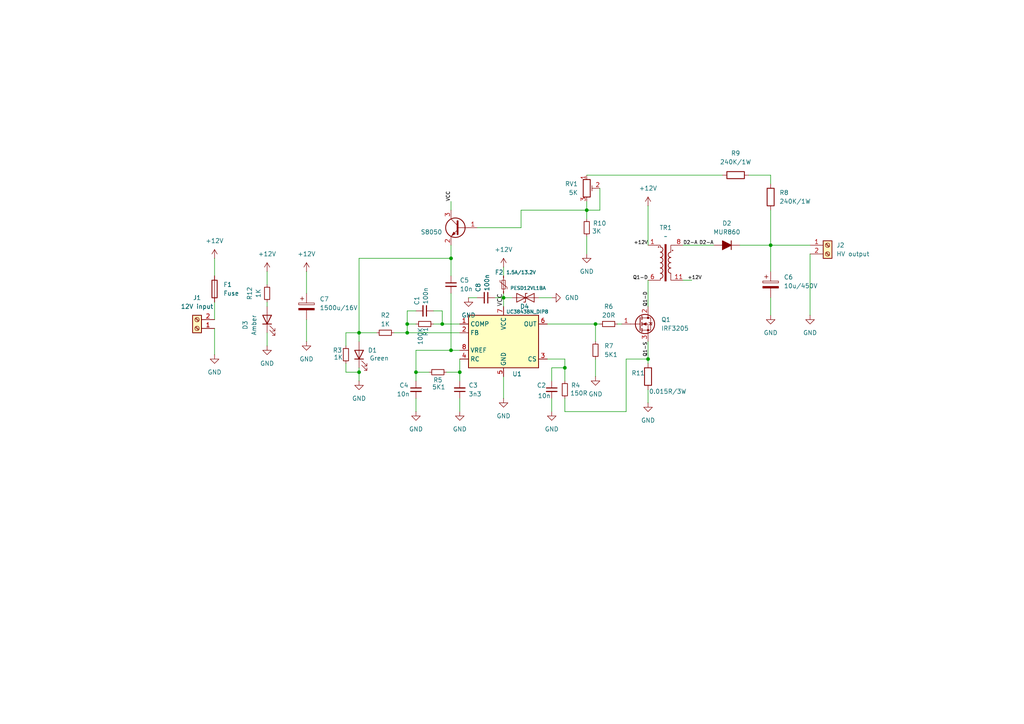
<source format=kicad_sch>
(kicad_sch
	(version 20250114)
	(generator "eeschema")
	(generator_version "9.0")
	(uuid "7e93cb89-656a-4c84-b4b1-b684d904b642")
	(paper "A4")
	(title_block
		(title "DC-DC 12>450V")
		(date "2026-02-01")
		(rev "V1.3")
		(company "Z32IT")
	)
	(lib_symbols
		(symbol "Connector:Screw_Terminal_01x02"
			(pin_names
				(offset 1.016)
				(hide yes)
			)
			(exclude_from_sim no)
			(in_bom yes)
			(on_board yes)
			(property "Reference" "J"
				(at 0 2.54 0)
				(effects
					(font
						(size 1.27 1.27)
					)
				)
			)
			(property "Value" "Screw_Terminal_01x02"
				(at 0 -5.08 0)
				(effects
					(font
						(size 1.27 1.27)
					)
				)
			)
			(property "Footprint" ""
				(at 0 0 0)
				(effects
					(font
						(size 1.27 1.27)
					)
					(hide yes)
				)
			)
			(property "Datasheet" "~"
				(at 0 0 0)
				(effects
					(font
						(size 1.27 1.27)
					)
					(hide yes)
				)
			)
			(property "Description" "Generic screw terminal, single row, 01x02, script generated (kicad-library-utils/schlib/autogen/connector/)"
				(at 0 0 0)
				(effects
					(font
						(size 1.27 1.27)
					)
					(hide yes)
				)
			)
			(property "ki_keywords" "screw terminal"
				(at 0 0 0)
				(effects
					(font
						(size 1.27 1.27)
					)
					(hide yes)
				)
			)
			(property "ki_fp_filters" "TerminalBlock*:*"
				(at 0 0 0)
				(effects
					(font
						(size 1.27 1.27)
					)
					(hide yes)
				)
			)
			(symbol "Screw_Terminal_01x02_1_1"
				(rectangle
					(start -1.27 1.27)
					(end 1.27 -3.81)
					(stroke
						(width 0.254)
						(type default)
					)
					(fill
						(type background)
					)
				)
				(polyline
					(pts
						(xy -0.5334 0.3302) (xy 0.3302 -0.508)
					)
					(stroke
						(width 0.1524)
						(type default)
					)
					(fill
						(type none)
					)
				)
				(polyline
					(pts
						(xy -0.5334 -2.2098) (xy 0.3302 -3.048)
					)
					(stroke
						(width 0.1524)
						(type default)
					)
					(fill
						(type none)
					)
				)
				(polyline
					(pts
						(xy -0.3556 0.508) (xy 0.508 -0.3302)
					)
					(stroke
						(width 0.1524)
						(type default)
					)
					(fill
						(type none)
					)
				)
				(polyline
					(pts
						(xy -0.3556 -2.032) (xy 0.508 -2.8702)
					)
					(stroke
						(width 0.1524)
						(type default)
					)
					(fill
						(type none)
					)
				)
				(circle
					(center 0 0)
					(radius 0.635)
					(stroke
						(width 0.1524)
						(type default)
					)
					(fill
						(type none)
					)
				)
				(circle
					(center 0 -2.54)
					(radius 0.635)
					(stroke
						(width 0.1524)
						(type default)
					)
					(fill
						(type none)
					)
				)
				(pin passive line
					(at -5.08 0 0)
					(length 3.81)
					(name "Pin_1"
						(effects
							(font
								(size 1.27 1.27)
							)
						)
					)
					(number "1"
						(effects
							(font
								(size 1.27 1.27)
							)
						)
					)
				)
				(pin passive line
					(at -5.08 -2.54 0)
					(length 3.81)
					(name "Pin_2"
						(effects
							(font
								(size 1.27 1.27)
							)
						)
					)
					(number "2"
						(effects
							(font
								(size 1.27 1.27)
							)
						)
					)
				)
			)
			(embedded_fonts no)
		)
		(symbol "Device:C_Polarized"
			(pin_numbers
				(hide yes)
			)
			(pin_names
				(offset 0.254)
			)
			(exclude_from_sim no)
			(in_bom yes)
			(on_board yes)
			(property "Reference" "C"
				(at 0.635 2.54 0)
				(effects
					(font
						(size 1.27 1.27)
					)
					(justify left)
				)
			)
			(property "Value" "C_Polarized"
				(at 0.635 -2.54 0)
				(effects
					(font
						(size 1.27 1.27)
					)
					(justify left)
				)
			)
			(property "Footprint" ""
				(at 0.9652 -3.81 0)
				(effects
					(font
						(size 1.27 1.27)
					)
					(hide yes)
				)
			)
			(property "Datasheet" "~"
				(at 0 0 0)
				(effects
					(font
						(size 1.27 1.27)
					)
					(hide yes)
				)
			)
			(property "Description" "Polarized capacitor"
				(at 0 0 0)
				(effects
					(font
						(size 1.27 1.27)
					)
					(hide yes)
				)
			)
			(property "ki_keywords" "cap capacitor"
				(at 0 0 0)
				(effects
					(font
						(size 1.27 1.27)
					)
					(hide yes)
				)
			)
			(property "ki_fp_filters" "CP_*"
				(at 0 0 0)
				(effects
					(font
						(size 1.27 1.27)
					)
					(hide yes)
				)
			)
			(symbol "C_Polarized_0_1"
				(rectangle
					(start -2.286 0.508)
					(end 2.286 1.016)
					(stroke
						(width 0)
						(type default)
					)
					(fill
						(type none)
					)
				)
				(polyline
					(pts
						(xy -1.778 2.286) (xy -0.762 2.286)
					)
					(stroke
						(width 0)
						(type default)
					)
					(fill
						(type none)
					)
				)
				(polyline
					(pts
						(xy -1.27 2.794) (xy -1.27 1.778)
					)
					(stroke
						(width 0)
						(type default)
					)
					(fill
						(type none)
					)
				)
				(rectangle
					(start 2.286 -0.508)
					(end -2.286 -1.016)
					(stroke
						(width 0)
						(type default)
					)
					(fill
						(type outline)
					)
				)
			)
			(symbol "C_Polarized_1_1"
				(pin passive line
					(at 0 3.81 270)
					(length 2.794)
					(name "~"
						(effects
							(font
								(size 1.27 1.27)
							)
						)
					)
					(number "1"
						(effects
							(font
								(size 1.27 1.27)
							)
						)
					)
				)
				(pin passive line
					(at 0 -3.81 90)
					(length 2.794)
					(name "~"
						(effects
							(font
								(size 1.27 1.27)
							)
						)
					)
					(number "2"
						(effects
							(font
								(size 1.27 1.27)
							)
						)
					)
				)
			)
			(embedded_fonts no)
		)
		(symbol "Device:C_Small"
			(pin_numbers
				(hide yes)
			)
			(pin_names
				(offset 0.254)
				(hide yes)
			)
			(exclude_from_sim no)
			(in_bom yes)
			(on_board yes)
			(property "Reference" "C"
				(at 0.254 1.778 0)
				(effects
					(font
						(size 1.27 1.27)
					)
					(justify left)
				)
			)
			(property "Value" "C_Small"
				(at 0.254 -2.032 0)
				(effects
					(font
						(size 1.27 1.27)
					)
					(justify left)
				)
			)
			(property "Footprint" ""
				(at 0 0 0)
				(effects
					(font
						(size 1.27 1.27)
					)
					(hide yes)
				)
			)
			(property "Datasheet" "~"
				(at 0 0 0)
				(effects
					(font
						(size 1.27 1.27)
					)
					(hide yes)
				)
			)
			(property "Description" "Unpolarized capacitor, small symbol"
				(at 0 0 0)
				(effects
					(font
						(size 1.27 1.27)
					)
					(hide yes)
				)
			)
			(property "ki_keywords" "capacitor cap"
				(at 0 0 0)
				(effects
					(font
						(size 1.27 1.27)
					)
					(hide yes)
				)
			)
			(property "ki_fp_filters" "C_*"
				(at 0 0 0)
				(effects
					(font
						(size 1.27 1.27)
					)
					(hide yes)
				)
			)
			(symbol "C_Small_0_1"
				(polyline
					(pts
						(xy -1.524 0.508) (xy 1.524 0.508)
					)
					(stroke
						(width 0.3048)
						(type default)
					)
					(fill
						(type none)
					)
				)
				(polyline
					(pts
						(xy -1.524 -0.508) (xy 1.524 -0.508)
					)
					(stroke
						(width 0.3302)
						(type default)
					)
					(fill
						(type none)
					)
				)
			)
			(symbol "C_Small_1_1"
				(pin passive line
					(at 0 2.54 270)
					(length 2.032)
					(name "~"
						(effects
							(font
								(size 1.27 1.27)
							)
						)
					)
					(number "1"
						(effects
							(font
								(size 1.27 1.27)
							)
						)
					)
				)
				(pin passive line
					(at 0 -2.54 90)
					(length 2.032)
					(name "~"
						(effects
							(font
								(size 1.27 1.27)
							)
						)
					)
					(number "2"
						(effects
							(font
								(size 1.27 1.27)
							)
						)
					)
				)
			)
			(embedded_fonts no)
		)
		(symbol "Device:D_Filled"
			(pin_numbers
				(hide yes)
			)
			(pin_names
				(offset 1.016)
				(hide yes)
			)
			(exclude_from_sim no)
			(in_bom yes)
			(on_board yes)
			(property "Reference" "D"
				(at 0 2.54 0)
				(effects
					(font
						(size 1.27 1.27)
					)
				)
			)
			(property "Value" "D_Filled"
				(at 0 -2.54 0)
				(effects
					(font
						(size 1.27 1.27)
					)
				)
			)
			(property "Footprint" ""
				(at 0 0 0)
				(effects
					(font
						(size 1.27 1.27)
					)
					(hide yes)
				)
			)
			(property "Datasheet" "~"
				(at 0 0 0)
				(effects
					(font
						(size 1.27 1.27)
					)
					(hide yes)
				)
			)
			(property "Description" "Diode, filled shape"
				(at 0 0 0)
				(effects
					(font
						(size 1.27 1.27)
					)
					(hide yes)
				)
			)
			(property "Sim.Device" "D"
				(at 0 0 0)
				(effects
					(font
						(size 1.27 1.27)
					)
					(hide yes)
				)
			)
			(property "Sim.Pins" "1=K 2=A"
				(at 0 0 0)
				(effects
					(font
						(size 1.27 1.27)
					)
					(hide yes)
				)
			)
			(property "ki_keywords" "diode"
				(at 0 0 0)
				(effects
					(font
						(size 1.27 1.27)
					)
					(hide yes)
				)
			)
			(property "ki_fp_filters" "TO-???* *_Diode_* *SingleDiode* D_*"
				(at 0 0 0)
				(effects
					(font
						(size 1.27 1.27)
					)
					(hide yes)
				)
			)
			(symbol "D_Filled_0_1"
				(polyline
					(pts
						(xy -1.27 1.27) (xy -1.27 -1.27)
					)
					(stroke
						(width 0.254)
						(type default)
					)
					(fill
						(type none)
					)
				)
				(polyline
					(pts
						(xy 1.27 1.27) (xy 1.27 -1.27) (xy -1.27 0) (xy 1.27 1.27)
					)
					(stroke
						(width 0.254)
						(type default)
					)
					(fill
						(type outline)
					)
				)
				(polyline
					(pts
						(xy 1.27 0) (xy -1.27 0)
					)
					(stroke
						(width 0)
						(type default)
					)
					(fill
						(type none)
					)
				)
			)
			(symbol "D_Filled_1_1"
				(pin passive line
					(at -3.81 0 0)
					(length 2.54)
					(name "K"
						(effects
							(font
								(size 1.27 1.27)
							)
						)
					)
					(number "1"
						(effects
							(font
								(size 1.27 1.27)
							)
						)
					)
				)
				(pin passive line
					(at 3.81 0 180)
					(length 2.54)
					(name "A"
						(effects
							(font
								(size 1.27 1.27)
							)
						)
					)
					(number "2"
						(effects
							(font
								(size 1.27 1.27)
							)
						)
					)
				)
			)
			(embedded_fonts no)
		)
		(symbol "Device:Fuse"
			(pin_numbers
				(hide yes)
			)
			(pin_names
				(offset 0)
			)
			(exclude_from_sim no)
			(in_bom yes)
			(on_board yes)
			(property "Reference" "F"
				(at 2.032 0 90)
				(effects
					(font
						(size 1.27 1.27)
					)
				)
			)
			(property "Value" "Fuse"
				(at -1.905 0 90)
				(effects
					(font
						(size 1.27 1.27)
					)
				)
			)
			(property "Footprint" ""
				(at -1.778 0 90)
				(effects
					(font
						(size 1.27 1.27)
					)
					(hide yes)
				)
			)
			(property "Datasheet" "~"
				(at 0 0 0)
				(effects
					(font
						(size 1.27 1.27)
					)
					(hide yes)
				)
			)
			(property "Description" "Fuse"
				(at 0 0 0)
				(effects
					(font
						(size 1.27 1.27)
					)
					(hide yes)
				)
			)
			(property "ki_keywords" "fuse"
				(at 0 0 0)
				(effects
					(font
						(size 1.27 1.27)
					)
					(hide yes)
				)
			)
			(property "ki_fp_filters" "*Fuse*"
				(at 0 0 0)
				(effects
					(font
						(size 1.27 1.27)
					)
					(hide yes)
				)
			)
			(symbol "Fuse_0_1"
				(rectangle
					(start -0.762 -2.54)
					(end 0.762 2.54)
					(stroke
						(width 0.254)
						(type default)
					)
					(fill
						(type none)
					)
				)
				(polyline
					(pts
						(xy 0 2.54) (xy 0 -2.54)
					)
					(stroke
						(width 0)
						(type default)
					)
					(fill
						(type none)
					)
				)
			)
			(symbol "Fuse_1_1"
				(pin passive line
					(at 0 3.81 270)
					(length 1.27)
					(name "~"
						(effects
							(font
								(size 1.27 1.27)
							)
						)
					)
					(number "1"
						(effects
							(font
								(size 1.27 1.27)
							)
						)
					)
				)
				(pin passive line
					(at 0 -3.81 90)
					(length 1.27)
					(name "~"
						(effects
							(font
								(size 1.27 1.27)
							)
						)
					)
					(number "2"
						(effects
							(font
								(size 1.27 1.27)
							)
						)
					)
				)
			)
			(embedded_fonts no)
		)
		(symbol "Device:LED"
			(pin_numbers
				(hide yes)
			)
			(pin_names
				(offset 1.016)
				(hide yes)
			)
			(exclude_from_sim no)
			(in_bom yes)
			(on_board yes)
			(property "Reference" "D"
				(at 0 2.54 0)
				(effects
					(font
						(size 1.27 1.27)
					)
				)
			)
			(property "Value" "LED"
				(at 0 -2.54 0)
				(effects
					(font
						(size 1.27 1.27)
					)
				)
			)
			(property "Footprint" ""
				(at 0 0 0)
				(effects
					(font
						(size 1.27 1.27)
					)
					(hide yes)
				)
			)
			(property "Datasheet" "~"
				(at 0 0 0)
				(effects
					(font
						(size 1.27 1.27)
					)
					(hide yes)
				)
			)
			(property "Description" "Light emitting diode"
				(at 0 0 0)
				(effects
					(font
						(size 1.27 1.27)
					)
					(hide yes)
				)
			)
			(property "Sim.Pins" "1=K 2=A"
				(at 0 0 0)
				(effects
					(font
						(size 1.27 1.27)
					)
					(hide yes)
				)
			)
			(property "ki_keywords" "LED diode"
				(at 0 0 0)
				(effects
					(font
						(size 1.27 1.27)
					)
					(hide yes)
				)
			)
			(property "ki_fp_filters" "LED* LED_SMD:* LED_THT:*"
				(at 0 0 0)
				(effects
					(font
						(size 1.27 1.27)
					)
					(hide yes)
				)
			)
			(symbol "LED_0_1"
				(polyline
					(pts
						(xy -3.048 -0.762) (xy -4.572 -2.286) (xy -3.81 -2.286) (xy -4.572 -2.286) (xy -4.572 -1.524)
					)
					(stroke
						(width 0)
						(type default)
					)
					(fill
						(type none)
					)
				)
				(polyline
					(pts
						(xy -1.778 -0.762) (xy -3.302 -2.286) (xy -2.54 -2.286) (xy -3.302 -2.286) (xy -3.302 -1.524)
					)
					(stroke
						(width 0)
						(type default)
					)
					(fill
						(type none)
					)
				)
				(polyline
					(pts
						(xy -1.27 0) (xy 1.27 0)
					)
					(stroke
						(width 0)
						(type default)
					)
					(fill
						(type none)
					)
				)
				(polyline
					(pts
						(xy -1.27 -1.27) (xy -1.27 1.27)
					)
					(stroke
						(width 0.254)
						(type default)
					)
					(fill
						(type none)
					)
				)
				(polyline
					(pts
						(xy 1.27 -1.27) (xy 1.27 1.27) (xy -1.27 0) (xy 1.27 -1.27)
					)
					(stroke
						(width 0.254)
						(type default)
					)
					(fill
						(type none)
					)
				)
			)
			(symbol "LED_1_1"
				(pin passive line
					(at -3.81 0 0)
					(length 2.54)
					(name "K"
						(effects
							(font
								(size 1.27 1.27)
							)
						)
					)
					(number "1"
						(effects
							(font
								(size 1.27 1.27)
							)
						)
					)
				)
				(pin passive line
					(at 3.81 0 180)
					(length 2.54)
					(name "A"
						(effects
							(font
								(size 1.27 1.27)
							)
						)
					)
					(number "2"
						(effects
							(font
								(size 1.27 1.27)
							)
						)
					)
				)
			)
			(embedded_fonts no)
		)
		(symbol "Device:Polyfuse_Small"
			(pin_numbers
				(hide yes)
			)
			(pin_names
				(offset 0)
			)
			(exclude_from_sim no)
			(in_bom yes)
			(on_board yes)
			(property "Reference" "F"
				(at -1.905 0 90)
				(effects
					(font
						(size 1.27 1.27)
					)
				)
			)
			(property "Value" "Polyfuse_Small"
				(at 1.905 0 90)
				(effects
					(font
						(size 1.27 1.27)
					)
				)
			)
			(property "Footprint" ""
				(at 1.27 -5.08 0)
				(effects
					(font
						(size 1.27 1.27)
					)
					(justify left)
					(hide yes)
				)
			)
			(property "Datasheet" "~"
				(at 0 0 0)
				(effects
					(font
						(size 1.27 1.27)
					)
					(hide yes)
				)
			)
			(property "Description" "Resettable fuse, polymeric positive temperature coefficient, small symbol"
				(at 0 0 0)
				(effects
					(font
						(size 1.27 1.27)
					)
					(hide yes)
				)
			)
			(property "ki_keywords" "resettable fuse PTC PPTC polyfuse polyswitch"
				(at 0 0 0)
				(effects
					(font
						(size 1.27 1.27)
					)
					(hide yes)
				)
			)
			(property "ki_fp_filters" "*polyfuse* *PTC*"
				(at 0 0 0)
				(effects
					(font
						(size 1.27 1.27)
					)
					(hide yes)
				)
			)
			(symbol "Polyfuse_Small_0_1"
				(polyline
					(pts
						(xy -1.016 1.27) (xy -1.016 0.762) (xy 1.016 -0.762) (xy 1.016 -1.27)
					)
					(stroke
						(width 0)
						(type default)
					)
					(fill
						(type none)
					)
				)
				(rectangle
					(start -0.508 1.27)
					(end 0.508 -1.27)
					(stroke
						(width 0)
						(type default)
					)
					(fill
						(type none)
					)
				)
				(polyline
					(pts
						(xy 0 2.54) (xy 0 -2.54)
					)
					(stroke
						(width 0)
						(type default)
					)
					(fill
						(type none)
					)
				)
			)
			(symbol "Polyfuse_Small_1_1"
				(pin passive line
					(at 0 2.54 270)
					(length 0.635)
					(name "~"
						(effects
							(font
								(size 1.27 1.27)
							)
						)
					)
					(number "1"
						(effects
							(font
								(size 1.27 1.27)
							)
						)
					)
				)
				(pin passive line
					(at 0 -2.54 90)
					(length 0.635)
					(name "~"
						(effects
							(font
								(size 1.27 1.27)
							)
						)
					)
					(number "2"
						(effects
							(font
								(size 1.27 1.27)
							)
						)
					)
				)
			)
			(embedded_fonts no)
		)
		(symbol "Device:R"
			(pin_numbers
				(hide yes)
			)
			(pin_names
				(offset 0)
			)
			(exclude_from_sim no)
			(in_bom yes)
			(on_board yes)
			(property "Reference" "R"
				(at 2.032 0 90)
				(effects
					(font
						(size 1.27 1.27)
					)
				)
			)
			(property "Value" "R"
				(at 0 0 90)
				(effects
					(font
						(size 1.27 1.27)
					)
				)
			)
			(property "Footprint" ""
				(at -1.778 0 90)
				(effects
					(font
						(size 1.27 1.27)
					)
					(hide yes)
				)
			)
			(property "Datasheet" "~"
				(at 0 0 0)
				(effects
					(font
						(size 1.27 1.27)
					)
					(hide yes)
				)
			)
			(property "Description" "Resistor"
				(at 0 0 0)
				(effects
					(font
						(size 1.27 1.27)
					)
					(hide yes)
				)
			)
			(property "ki_keywords" "R res resistor"
				(at 0 0 0)
				(effects
					(font
						(size 1.27 1.27)
					)
					(hide yes)
				)
			)
			(property "ki_fp_filters" "R_*"
				(at 0 0 0)
				(effects
					(font
						(size 1.27 1.27)
					)
					(hide yes)
				)
			)
			(symbol "R_0_1"
				(rectangle
					(start -1.016 -2.54)
					(end 1.016 2.54)
					(stroke
						(width 0.254)
						(type default)
					)
					(fill
						(type none)
					)
				)
			)
			(symbol "R_1_1"
				(pin passive line
					(at 0 3.81 270)
					(length 1.27)
					(name "~"
						(effects
							(font
								(size 1.27 1.27)
							)
						)
					)
					(number "1"
						(effects
							(font
								(size 1.27 1.27)
							)
						)
					)
				)
				(pin passive line
					(at 0 -3.81 90)
					(length 1.27)
					(name "~"
						(effects
							(font
								(size 1.27 1.27)
							)
						)
					)
					(number "2"
						(effects
							(font
								(size 1.27 1.27)
							)
						)
					)
				)
			)
			(embedded_fonts no)
		)
		(symbol "Device:R_Potentiometer_Trim"
			(pin_names
				(offset 1.016)
				(hide yes)
			)
			(exclude_from_sim no)
			(in_bom yes)
			(on_board yes)
			(property "Reference" "RV"
				(at -4.445 0 90)
				(effects
					(font
						(size 1.27 1.27)
					)
				)
			)
			(property "Value" "R_Potentiometer_Trim"
				(at -2.54 0 90)
				(effects
					(font
						(size 1.27 1.27)
					)
				)
			)
			(property "Footprint" ""
				(at 0 0 0)
				(effects
					(font
						(size 1.27 1.27)
					)
					(hide yes)
				)
			)
			(property "Datasheet" "~"
				(at 0 0 0)
				(effects
					(font
						(size 1.27 1.27)
					)
					(hide yes)
				)
			)
			(property "Description" "Trim-potentiometer"
				(at 0 0 0)
				(effects
					(font
						(size 1.27 1.27)
					)
					(hide yes)
				)
			)
			(property "ki_keywords" "resistor variable trimpot trimmer"
				(at 0 0 0)
				(effects
					(font
						(size 1.27 1.27)
					)
					(hide yes)
				)
			)
			(property "ki_fp_filters" "Potentiometer*"
				(at 0 0 0)
				(effects
					(font
						(size 1.27 1.27)
					)
					(hide yes)
				)
			)
			(symbol "R_Potentiometer_Trim_0_1"
				(rectangle
					(start 1.016 2.54)
					(end -1.016 -2.54)
					(stroke
						(width 0.254)
						(type default)
					)
					(fill
						(type none)
					)
				)
				(polyline
					(pts
						(xy 1.524 0.762) (xy 1.524 -0.762)
					)
					(stroke
						(width 0)
						(type default)
					)
					(fill
						(type none)
					)
				)
				(polyline
					(pts
						(xy 2.54 0) (xy 1.524 0)
					)
					(stroke
						(width 0)
						(type default)
					)
					(fill
						(type none)
					)
				)
			)
			(symbol "R_Potentiometer_Trim_1_1"
				(pin passive line
					(at 0 3.81 270)
					(length 1.27)
					(name "1"
						(effects
							(font
								(size 1.27 1.27)
							)
						)
					)
					(number "1"
						(effects
							(font
								(size 1.27 1.27)
							)
						)
					)
				)
				(pin passive line
					(at 0 -3.81 90)
					(length 1.27)
					(name "3"
						(effects
							(font
								(size 1.27 1.27)
							)
						)
					)
					(number "3"
						(effects
							(font
								(size 1.27 1.27)
							)
						)
					)
				)
				(pin passive line
					(at 3.81 0 180)
					(length 1.27)
					(name "2"
						(effects
							(font
								(size 1.27 1.27)
							)
						)
					)
					(number "2"
						(effects
							(font
								(size 1.27 1.27)
							)
						)
					)
				)
			)
			(embedded_fonts no)
		)
		(symbol "Device:R_Small"
			(pin_numbers
				(hide yes)
			)
			(pin_names
				(offset 0.254)
				(hide yes)
			)
			(exclude_from_sim no)
			(in_bom yes)
			(on_board yes)
			(property "Reference" "R"
				(at 0.762 0.508 0)
				(effects
					(font
						(size 1.27 1.27)
					)
					(justify left)
				)
			)
			(property "Value" "R_Small"
				(at 0.762 -1.016 0)
				(effects
					(font
						(size 1.27 1.27)
					)
					(justify left)
				)
			)
			(property "Footprint" ""
				(at 0 0 0)
				(effects
					(font
						(size 1.27 1.27)
					)
					(hide yes)
				)
			)
			(property "Datasheet" "~"
				(at 0 0 0)
				(effects
					(font
						(size 1.27 1.27)
					)
					(hide yes)
				)
			)
			(property "Description" "Resistor, small symbol"
				(at 0 0 0)
				(effects
					(font
						(size 1.27 1.27)
					)
					(hide yes)
				)
			)
			(property "ki_keywords" "R resistor"
				(at 0 0 0)
				(effects
					(font
						(size 1.27 1.27)
					)
					(hide yes)
				)
			)
			(property "ki_fp_filters" "R_*"
				(at 0 0 0)
				(effects
					(font
						(size 1.27 1.27)
					)
					(hide yes)
				)
			)
			(symbol "R_Small_0_1"
				(rectangle
					(start -0.762 1.778)
					(end 0.762 -1.778)
					(stroke
						(width 0.2032)
						(type default)
					)
					(fill
						(type none)
					)
				)
			)
			(symbol "R_Small_1_1"
				(pin passive line
					(at 0 2.54 270)
					(length 0.762)
					(name "~"
						(effects
							(font
								(size 1.27 1.27)
							)
						)
					)
					(number "1"
						(effects
							(font
								(size 1.27 1.27)
							)
						)
					)
				)
				(pin passive line
					(at 0 -2.54 90)
					(length 0.762)
					(name "~"
						(effects
							(font
								(size 1.27 1.27)
							)
						)
					)
					(number "2"
						(effects
							(font
								(size 1.27 1.27)
							)
						)
					)
				)
			)
			(embedded_fonts no)
		)
		(symbol "Diode:SD12_SOD323"
			(pin_numbers
				(hide yes)
			)
			(pin_names
				(offset 1.016)
				(hide yes)
			)
			(exclude_from_sim no)
			(in_bom yes)
			(on_board yes)
			(property "Reference" "D"
				(at 0 2.54 0)
				(effects
					(font
						(size 1.27 1.27)
					)
				)
			)
			(property "Value" "SD12_SOD323"
				(at 0 -2.54 0)
				(effects
					(font
						(size 1.27 1.27)
					)
				)
			)
			(property "Footprint" "Diode_SMD:D_SOD-323"
				(at 0 -5.08 0)
				(effects
					(font
						(size 1.27 1.27)
					)
					(hide yes)
				)
			)
			(property "Datasheet" "https://www.littelfuse.com/~/media/electronics/datasheets/tvs_diode_arrays/littelfuse_tvs_diode_array_sd_c_datasheet.pdf.pdf"
				(at 0 0 0)
				(effects
					(font
						(size 1.27 1.27)
					)
					(hide yes)
				)
			)
			(property "Description" "12V, 450W Discrete Bidirectional TVS Diode, SOD-323"
				(at 0 0 0)
				(effects
					(font
						(size 1.27 1.27)
					)
					(hide yes)
				)
			)
			(property "ki_keywords" "transient voltage suppressor thyrector transil"
				(at 0 0 0)
				(effects
					(font
						(size 1.27 1.27)
					)
					(hide yes)
				)
			)
			(property "ki_fp_filters" "D?SOD?323*"
				(at 0 0 0)
				(effects
					(font
						(size 1.27 1.27)
					)
					(hide yes)
				)
			)
			(symbol "SD12_SOD323_0_1"
				(polyline
					(pts
						(xy -2.54 -1.27) (xy 0 0) (xy -2.54 1.27) (xy -2.54 -1.27)
					)
					(stroke
						(width 0.2032)
						(type default)
					)
					(fill
						(type none)
					)
				)
				(polyline
					(pts
						(xy 0.508 1.27) (xy 0 1.27) (xy 0 -1.27) (xy -0.508 -1.27)
					)
					(stroke
						(width 0.2032)
						(type default)
					)
					(fill
						(type none)
					)
				)
				(polyline
					(pts
						(xy 1.27 0) (xy -1.27 0)
					)
					(stroke
						(width 0)
						(type default)
					)
					(fill
						(type none)
					)
				)
				(polyline
					(pts
						(xy 2.54 1.27) (xy 2.54 -1.27) (xy 0 0) (xy 2.54 1.27)
					)
					(stroke
						(width 0.2032)
						(type default)
					)
					(fill
						(type none)
					)
				)
			)
			(symbol "SD12_SOD323_1_1"
				(pin passive line
					(at -3.81 0 0)
					(length 2.54)
					(name "A1"
						(effects
							(font
								(size 1.27 1.27)
							)
						)
					)
					(number "1"
						(effects
							(font
								(size 1.27 1.27)
							)
						)
					)
				)
				(pin passive line
					(at 3.81 0 180)
					(length 2.54)
					(name "A2"
						(effects
							(font
								(size 1.27 1.27)
							)
						)
					)
					(number "2"
						(effects
							(font
								(size 1.27 1.27)
							)
						)
					)
				)
			)
			(embedded_fonts no)
		)
		(symbol "Regulator_Controller:UC3843_DIP8"
			(exclude_from_sim no)
			(in_bom yes)
			(on_board yes)
			(property "Reference" "U"
				(at 3.81 11.43 0)
				(effects
					(font
						(size 1.27 1.27)
					)
					(justify left)
				)
			)
			(property "Value" "UC3843_DIP8"
				(at 3.81 8.89 0)
				(effects
					(font
						(size 1.27 1.27)
					)
					(justify left)
				)
			)
			(property "Footprint" "Package_DIP:DIP-8_W7.62mm"
				(at 0 -12.7 0)
				(effects
					(font
						(size 1.27 1.27)
					)
					(hide yes)
				)
			)
			(property "Datasheet" "http://www.ti.com/lit/ds/symlink/uc3842.pdf"
				(at 0 0 0)
				(effects
					(font
						(size 1.27 1.27)
					)
					(hide yes)
				)
			)
			(property "Description" "Current-Mode PWM Controllers, 100% Duty Cycle, 8.4V/7.6V UVLO, PDIP-8"
				(at 0 0 0)
				(effects
					(font
						(size 1.27 1.27)
					)
					(hide yes)
				)
			)
			(property "ki_keywords" "SMPS PWM Controller"
				(at 0 0 0)
				(effects
					(font
						(size 1.27 1.27)
					)
					(hide yes)
				)
			)
			(property "ki_fp_filters" "DIP*W7.62mm*"
				(at 0 0 0)
				(effects
					(font
						(size 1.27 1.27)
					)
					(hide yes)
				)
			)
			(symbol "UC3843_DIP8_0_1"
				(rectangle
					(start -10.16 -7.62)
					(end 10.16 7.62)
					(stroke
						(width 0.254)
						(type default)
					)
					(fill
						(type background)
					)
				)
			)
			(symbol "UC3843_DIP8_1_1"
				(pin passive line
					(at -12.7 5.08 0)
					(length 2.54)
					(name "COMP"
						(effects
							(font
								(size 1.27 1.27)
							)
						)
					)
					(number "1"
						(effects
							(font
								(size 1.27 1.27)
							)
						)
					)
				)
				(pin input line
					(at -12.7 2.54 0)
					(length 2.54)
					(name "FB"
						(effects
							(font
								(size 1.27 1.27)
							)
						)
					)
					(number "2"
						(effects
							(font
								(size 1.27 1.27)
							)
						)
					)
				)
				(pin power_out line
					(at -12.7 -2.54 0)
					(length 2.54)
					(name "VREF"
						(effects
							(font
								(size 1.27 1.27)
							)
						)
					)
					(number "8"
						(effects
							(font
								(size 1.27 1.27)
							)
						)
					)
				)
				(pin passive line
					(at -12.7 -5.08 0)
					(length 2.54)
					(name "RC"
						(effects
							(font
								(size 1.27 1.27)
							)
						)
					)
					(number "4"
						(effects
							(font
								(size 1.27 1.27)
							)
						)
					)
				)
				(pin power_in line
					(at 0 10.16 270)
					(length 2.54)
					(name "VCC"
						(effects
							(font
								(size 1.27 1.27)
							)
						)
					)
					(number "7"
						(effects
							(font
								(size 1.27 1.27)
							)
						)
					)
				)
				(pin power_in line
					(at 0 -10.16 90)
					(length 2.54)
					(name "GND"
						(effects
							(font
								(size 1.27 1.27)
							)
						)
					)
					(number "5"
						(effects
							(font
								(size 1.27 1.27)
							)
						)
					)
				)
				(pin output line
					(at 12.7 5.08 180)
					(length 2.54)
					(name "OUT"
						(effects
							(font
								(size 1.27 1.27)
							)
						)
					)
					(number "6"
						(effects
							(font
								(size 1.27 1.27)
							)
						)
					)
				)
				(pin input line
					(at 12.7 -5.08 180)
					(length 2.54)
					(name "CS"
						(effects
							(font
								(size 1.27 1.27)
							)
						)
					)
					(number "3"
						(effects
							(font
								(size 1.27 1.27)
							)
						)
					)
				)
			)
			(embedded_fonts no)
		)
		(symbol "Transformer:TEZ10.0-D-1"
			(pin_names
				(offset 0.0254)
			)
			(exclude_from_sim no)
			(in_bom yes)
			(on_board yes)
			(property "Reference" "TR"
				(at 0 6.35 0)
				(effects
					(font
						(size 1.27 1.27)
					)
				)
			)
			(property "Value" "TEZ10.0-D-1"
				(at 0 -6.35 0)
				(effects
					(font
						(size 1.27 1.27)
					)
				)
			)
			(property "Footprint" "Transformer_THT:Transformer_Breve_TEZ-44x52"
				(at 0 -8.89 0)
				(effects
					(font
						(size 1.27 1.27)
						(italic yes)
					)
					(hide yes)
				)
			)
			(property "Datasheet" "http://www.breve.pl/pdf/ANG/TEZ_ang.pdf"
				(at 0 0 0)
				(effects
					(font
						(size 1.27 1.27)
					)
					(hide yes)
				)
			)
			(property "Description" "TEZ10.0/D/x, 10VA, Single Secondary, Cast Resin Transformer, PCB"
				(at 0 0 0)
				(effects
					(font
						(size 1.27 1.27)
					)
					(hide yes)
				)
			)
			(property "ki_keywords" "10VA PCB Transformer Single Secondary"
				(at 0 0 0)
				(effects
					(font
						(size 1.27 1.27)
					)
					(hide yes)
				)
			)
			(property "ki_fp_filters" "Transformer*Breve*TEZ*44x52*"
				(at 0 0 0)
				(effects
					(font
						(size 1.27 1.27)
					)
					(hide yes)
				)
			)
			(symbol "TEZ10.0-D-1_0_1"
				(circle
					(center -2.032 4.572)
					(radius 0.127)
					(stroke
						(width 0)
						(type default)
					)
					(fill
						(type none)
					)
				)
				(arc
					(start -1.524 4.572)
					(mid -0.7653 3.81)
					(end -1.524 3.048)
					(stroke
						(width 0.2032)
						(type default)
					)
					(fill
						(type none)
					)
				)
				(arc
					(start -1.524 3.048)
					(mid -0.7653 2.286)
					(end -1.524 1.524)
					(stroke
						(width 0.2032)
						(type default)
					)
					(fill
						(type none)
					)
				)
				(arc
					(start -1.524 1.524)
					(mid -0.7653 0.762)
					(end -1.524 0)
					(stroke
						(width 0.2032)
						(type default)
					)
					(fill
						(type none)
					)
				)
				(arc
					(start -1.524 0)
					(mid -0.7653 -0.762)
					(end -1.524 -1.524)
					(stroke
						(width 0.2032)
						(type default)
					)
					(fill
						(type none)
					)
				)
				(arc
					(start -1.524 -1.524)
					(mid -0.7653 -2.286)
					(end -1.524 -3.048)
					(stroke
						(width 0.2032)
						(type default)
					)
					(fill
						(type none)
					)
				)
				(arc
					(start -1.524 -3.048)
					(mid -0.7653 -3.81)
					(end -1.524 -4.572)
					(stroke
						(width 0.2032)
						(type default)
					)
					(fill
						(type none)
					)
				)
				(polyline
					(pts
						(xy -1.524 4.572) (xy -1.524 5.08) (xy -2.54 5.08)
					)
					(stroke
						(width 0)
						(type default)
					)
					(fill
						(type none)
					)
				)
				(polyline
					(pts
						(xy -1.524 -4.572) (xy -1.524 -5.08) (xy -2.54 -5.08)
					)
					(stroke
						(width 0)
						(type default)
					)
					(fill
						(type none)
					)
				)
				(rectangle
					(start -0.254 5.334)
					(end 0.254 -5.334)
					(stroke
						(width 0.0254)
						(type default)
					)
					(fill
						(type outline)
					)
				)
				(polyline
					(pts
						(xy 1.524 3.048) (xy 1.524 5.08) (xy 2.54 5.08) (xy 2.54 5.08)
					)
					(stroke
						(width 0.1524)
						(type default)
					)
					(fill
						(type none)
					)
				)
				(arc
					(start 1.524 1.524)
					(mid 0.7653 2.286)
					(end 1.524 3.048)
					(stroke
						(width 0.2032)
						(type default)
					)
					(fill
						(type none)
					)
				)
				(arc
					(start 1.524 0)
					(mid 0.7653 0.762)
					(end 1.524 1.524)
					(stroke
						(width 0.2032)
						(type default)
					)
					(fill
						(type none)
					)
				)
				(arc
					(start 1.524 -1.524)
					(mid 0.7653 -0.762)
					(end 1.524 0)
					(stroke
						(width 0.2032)
						(type default)
					)
					(fill
						(type none)
					)
				)
				(arc
					(start 1.524 -3.048)
					(mid 0.7653 -2.286)
					(end 1.524 -1.524)
					(stroke
						(width 0.2032)
						(type default)
					)
					(fill
						(type none)
					)
				)
				(circle
					(center 2.032 3.556)
					(radius 0.127)
					(stroke
						(width 0)
						(type default)
					)
					(fill
						(type none)
					)
				)
				(polyline
					(pts
						(xy 2.54 -5.08) (xy 1.524 -5.08) (xy 1.524 -3.048) (xy 1.524 -3.048)
					)
					(stroke
						(width 0.1524)
						(type default)
					)
					(fill
						(type none)
					)
				)
			)
			(symbol "TEZ10.0-D-1_1_1"
				(pin passive line
					(at -5.08 5.08 0)
					(length 2.54)
					(name "~"
						(effects
							(font
								(size 1.27 1.27)
							)
						)
					)
					(number "1"
						(effects
							(font
								(size 1.27 1.27)
							)
						)
					)
				)
				(pin passive line
					(at -5.08 -5.08 0)
					(length 2.54)
					(name "~"
						(effects
							(font
								(size 1.27 1.27)
							)
						)
					)
					(number "6"
						(effects
							(font
								(size 1.27 1.27)
							)
						)
					)
				)
				(pin passive line
					(at 5.08 5.08 180)
					(length 2.54)
					(name "~"
						(effects
							(font
								(size 1.27 1.27)
							)
						)
					)
					(number "8"
						(effects
							(font
								(size 1.27 1.27)
							)
						)
					)
				)
				(pin passive line
					(at 5.08 -5.08 180)
					(length 2.54)
					(name "~"
						(effects
							(font
								(size 1.27 1.27)
							)
						)
					)
					(number "11"
						(effects
							(font
								(size 1.27 1.27)
							)
						)
					)
				)
			)
			(embedded_fonts no)
		)
		(symbol "Transistor_BJT:SS8050"
			(pin_names
				(offset 0)
				(hide yes)
			)
			(exclude_from_sim no)
			(in_bom yes)
			(on_board yes)
			(property "Reference" "Q"
				(at 5.08 1.905 0)
				(effects
					(font
						(size 1.27 1.27)
					)
					(justify left)
				)
			)
			(property "Value" "SS8050"
				(at 5.08 0 0)
				(effects
					(font
						(size 1.27 1.27)
					)
					(justify left)
				)
			)
			(property "Footprint" "Package_TO_SOT_SMD:SOT-23"
				(at 5.08 -7.366 0)
				(effects
					(font
						(size 1.27 1.27)
						(italic yes)
					)
					(justify left)
					(hide yes)
				)
			)
			(property "Datasheet" "http://www.secosgmbh.com/datasheet/products/SSMPTransistor/SOT-23/SS8050.pdf"
				(at 5.08 -4.826 0)
				(effects
					(font
						(size 1.27 1.27)
					)
					(justify left)
					(hide yes)
				)
			)
			(property "Description" "General Purpose NPN Transistor, 1.5A Ic, 25V Vce, SOT-23"
				(at 34.036 -2.286 0)
				(effects
					(font
						(size 1.27 1.27)
					)
					(hide yes)
				)
			)
			(property "ki_keywords" "SS8050 NPN Transistor"
				(at 0 0 0)
				(effects
					(font
						(size 1.27 1.27)
					)
					(hide yes)
				)
			)
			(property "ki_fp_filters" "SOT?23*"
				(at 0 0 0)
				(effects
					(font
						(size 1.27 1.27)
					)
					(hide yes)
				)
			)
			(symbol "SS8050_0_1"
				(polyline
					(pts
						(xy -2.54 0) (xy 0.635 0)
					)
					(stroke
						(width 0)
						(type default)
					)
					(fill
						(type none)
					)
				)
				(polyline
					(pts
						(xy 0.635 1.905) (xy 0.635 -1.905)
					)
					(stroke
						(width 0.508)
						(type default)
					)
					(fill
						(type none)
					)
				)
				(circle
					(center 1.27 0)
					(radius 2.8194)
					(stroke
						(width 0.254)
						(type default)
					)
					(fill
						(type none)
					)
				)
			)
			(symbol "SS8050_1_1"
				(polyline
					(pts
						(xy 0.635 0.635) (xy 2.54 2.54)
					)
					(stroke
						(width 0)
						(type default)
					)
					(fill
						(type none)
					)
				)
				(polyline
					(pts
						(xy 0.635 -0.635) (xy 2.54 -2.54)
					)
					(stroke
						(width 0)
						(type default)
					)
					(fill
						(type none)
					)
				)
				(polyline
					(pts
						(xy 1.27 -1.778) (xy 1.778 -1.27) (xy 2.286 -2.286) (xy 1.27 -1.778)
					)
					(stroke
						(width 0)
						(type default)
					)
					(fill
						(type outline)
					)
				)
				(pin input line
					(at -5.08 0 0)
					(length 2.54)
					(name "B"
						(effects
							(font
								(size 1.27 1.27)
							)
						)
					)
					(number "1"
						(effects
							(font
								(size 1.27 1.27)
							)
						)
					)
				)
				(pin passive line
					(at 2.54 5.08 270)
					(length 2.54)
					(name "C"
						(effects
							(font
								(size 1.27 1.27)
							)
						)
					)
					(number "3"
						(effects
							(font
								(size 1.27 1.27)
							)
						)
					)
				)
				(pin passive line
					(at 2.54 -5.08 90)
					(length 2.54)
					(name "E"
						(effects
							(font
								(size 1.27 1.27)
							)
						)
					)
					(number "2"
						(effects
							(font
								(size 1.27 1.27)
							)
						)
					)
				)
			)
			(embedded_fonts no)
		)
		(symbol "Transistor_FET:IRF3205"
			(pin_names
				(hide yes)
			)
			(exclude_from_sim no)
			(in_bom yes)
			(on_board yes)
			(property "Reference" "Q"
				(at 5.08 1.905 0)
				(effects
					(font
						(size 1.27 1.27)
					)
					(justify left)
				)
			)
			(property "Value" "IRF3205"
				(at 5.08 0 0)
				(effects
					(font
						(size 1.27 1.27)
					)
					(justify left)
				)
			)
			(property "Footprint" "Package_TO_SOT_THT:TO-220-3_Vertical"
				(at 5.08 -1.905 0)
				(effects
					(font
						(size 1.27 1.27)
						(italic yes)
					)
					(justify left)
					(hide yes)
				)
			)
			(property "Datasheet" "http://www.irf.com/product-info/datasheets/data/irf3205.pdf"
				(at 5.08 -3.81 0)
				(effects
					(font
						(size 1.27 1.27)
					)
					(justify left)
					(hide yes)
				)
			)
			(property "Description" "110A Id, 55V Vds, Single N-Channel HEXFET Power MOSFET, 8mOhm Ron, TO-220AB"
				(at 0 0 0)
				(effects
					(font
						(size 1.27 1.27)
					)
					(hide yes)
				)
			)
			(property "ki_keywords" "Single N-Channel HEXFET Power MOSFET"
				(at 0 0 0)
				(effects
					(font
						(size 1.27 1.27)
					)
					(hide yes)
				)
			)
			(property "ki_fp_filters" "TO?220*"
				(at 0 0 0)
				(effects
					(font
						(size 1.27 1.27)
					)
					(hide yes)
				)
			)
			(symbol "IRF3205_0_1"
				(polyline
					(pts
						(xy 0.254 1.905) (xy 0.254 -1.905)
					)
					(stroke
						(width 0.254)
						(type default)
					)
					(fill
						(type none)
					)
				)
				(polyline
					(pts
						(xy 0.254 0) (xy -2.54 0)
					)
					(stroke
						(width 0)
						(type default)
					)
					(fill
						(type none)
					)
				)
				(polyline
					(pts
						(xy 0.762 2.286) (xy 0.762 1.27)
					)
					(stroke
						(width 0.254)
						(type default)
					)
					(fill
						(type none)
					)
				)
				(polyline
					(pts
						(xy 0.762 0.508) (xy 0.762 -0.508)
					)
					(stroke
						(width 0.254)
						(type default)
					)
					(fill
						(type none)
					)
				)
				(polyline
					(pts
						(xy 0.762 -1.27) (xy 0.762 -2.286)
					)
					(stroke
						(width 0.254)
						(type default)
					)
					(fill
						(type none)
					)
				)
				(polyline
					(pts
						(xy 0.762 -1.778) (xy 3.302 -1.778) (xy 3.302 1.778) (xy 0.762 1.778)
					)
					(stroke
						(width 0)
						(type default)
					)
					(fill
						(type none)
					)
				)
				(polyline
					(pts
						(xy 1.016 0) (xy 2.032 0.381) (xy 2.032 -0.381) (xy 1.016 0)
					)
					(stroke
						(width 0)
						(type default)
					)
					(fill
						(type outline)
					)
				)
				(circle
					(center 1.651 0)
					(radius 2.794)
					(stroke
						(width 0.254)
						(type default)
					)
					(fill
						(type none)
					)
				)
				(polyline
					(pts
						(xy 2.54 2.54) (xy 2.54 1.778)
					)
					(stroke
						(width 0)
						(type default)
					)
					(fill
						(type none)
					)
				)
				(circle
					(center 2.54 1.778)
					(radius 0.254)
					(stroke
						(width 0)
						(type default)
					)
					(fill
						(type outline)
					)
				)
				(circle
					(center 2.54 -1.778)
					(radius 0.254)
					(stroke
						(width 0)
						(type default)
					)
					(fill
						(type outline)
					)
				)
				(polyline
					(pts
						(xy 2.54 -2.54) (xy 2.54 0) (xy 0.762 0)
					)
					(stroke
						(width 0)
						(type default)
					)
					(fill
						(type none)
					)
				)
				(polyline
					(pts
						(xy 2.794 0.508) (xy 2.921 0.381) (xy 3.683 0.381) (xy 3.81 0.254)
					)
					(stroke
						(width 0)
						(type default)
					)
					(fill
						(type none)
					)
				)
				(polyline
					(pts
						(xy 3.302 0.381) (xy 2.921 -0.254) (xy 3.683 -0.254) (xy 3.302 0.381)
					)
					(stroke
						(width 0)
						(type default)
					)
					(fill
						(type none)
					)
				)
			)
			(symbol "IRF3205_1_1"
				(pin input line
					(at -5.08 0 0)
					(length 2.54)
					(name "G"
						(effects
							(font
								(size 1.27 1.27)
							)
						)
					)
					(number "1"
						(effects
							(font
								(size 1.27 1.27)
							)
						)
					)
				)
				(pin passive line
					(at 2.54 5.08 270)
					(length 2.54)
					(name "D"
						(effects
							(font
								(size 1.27 1.27)
							)
						)
					)
					(number "2"
						(effects
							(font
								(size 1.27 1.27)
							)
						)
					)
				)
				(pin passive line
					(at 2.54 -5.08 90)
					(length 2.54)
					(name "S"
						(effects
							(font
								(size 1.27 1.27)
							)
						)
					)
					(number "3"
						(effects
							(font
								(size 1.27 1.27)
							)
						)
					)
				)
			)
			(embedded_fonts no)
		)
		(symbol "power:+12V"
			(power)
			(pin_numbers
				(hide yes)
			)
			(pin_names
				(offset 0)
				(hide yes)
			)
			(exclude_from_sim no)
			(in_bom yes)
			(on_board yes)
			(property "Reference" "#PWR"
				(at 0 -3.81 0)
				(effects
					(font
						(size 1.27 1.27)
					)
					(hide yes)
				)
			)
			(property "Value" "+12V"
				(at 0 3.556 0)
				(effects
					(font
						(size 1.27 1.27)
					)
				)
			)
			(property "Footprint" ""
				(at 0 0 0)
				(effects
					(font
						(size 1.27 1.27)
					)
					(hide yes)
				)
			)
			(property "Datasheet" ""
				(at 0 0 0)
				(effects
					(font
						(size 1.27 1.27)
					)
					(hide yes)
				)
			)
			(property "Description" "Power symbol creates a global label with name \"+12V\""
				(at 0 0 0)
				(effects
					(font
						(size 1.27 1.27)
					)
					(hide yes)
				)
			)
			(property "ki_keywords" "global power"
				(at 0 0 0)
				(effects
					(font
						(size 1.27 1.27)
					)
					(hide yes)
				)
			)
			(symbol "+12V_0_1"
				(polyline
					(pts
						(xy -0.762 1.27) (xy 0 2.54)
					)
					(stroke
						(width 0)
						(type default)
					)
					(fill
						(type none)
					)
				)
				(polyline
					(pts
						(xy 0 2.54) (xy 0.762 1.27)
					)
					(stroke
						(width 0)
						(type default)
					)
					(fill
						(type none)
					)
				)
				(polyline
					(pts
						(xy 0 0) (xy 0 2.54)
					)
					(stroke
						(width 0)
						(type default)
					)
					(fill
						(type none)
					)
				)
			)
			(symbol "+12V_1_1"
				(pin power_in line
					(at 0 0 90)
					(length 0)
					(name "~"
						(effects
							(font
								(size 1.27 1.27)
							)
						)
					)
					(number "1"
						(effects
							(font
								(size 1.27 1.27)
							)
						)
					)
				)
			)
			(embedded_fonts no)
		)
		(symbol "power:GND"
			(power)
			(pin_numbers
				(hide yes)
			)
			(pin_names
				(offset 0)
				(hide yes)
			)
			(exclude_from_sim no)
			(in_bom yes)
			(on_board yes)
			(property "Reference" "#PWR"
				(at 0 -6.35 0)
				(effects
					(font
						(size 1.27 1.27)
					)
					(hide yes)
				)
			)
			(property "Value" "GND"
				(at 0 -3.81 0)
				(effects
					(font
						(size 1.27 1.27)
					)
				)
			)
			(property "Footprint" ""
				(at 0 0 0)
				(effects
					(font
						(size 1.27 1.27)
					)
					(hide yes)
				)
			)
			(property "Datasheet" ""
				(at 0 0 0)
				(effects
					(font
						(size 1.27 1.27)
					)
					(hide yes)
				)
			)
			(property "Description" "Power symbol creates a global label with name \"GND\" , ground"
				(at 0 0 0)
				(effects
					(font
						(size 1.27 1.27)
					)
					(hide yes)
				)
			)
			(property "ki_keywords" "global power"
				(at 0 0 0)
				(effects
					(font
						(size 1.27 1.27)
					)
					(hide yes)
				)
			)
			(symbol "GND_0_1"
				(polyline
					(pts
						(xy 0 0) (xy 0 -1.27) (xy 1.27 -1.27) (xy 0 -2.54) (xy -1.27 -1.27) (xy 0 -1.27)
					)
					(stroke
						(width 0)
						(type default)
					)
					(fill
						(type none)
					)
				)
			)
			(symbol "GND_1_1"
				(pin power_in line
					(at 0 0 270)
					(length 0)
					(name "~"
						(effects
							(font
								(size 1.27 1.27)
							)
						)
					)
					(number "1"
						(effects
							(font
								(size 1.27 1.27)
							)
						)
					)
				)
			)
			(embedded_fonts no)
		)
	)
	(junction
		(at 223.52 71.12)
		(diameter 0)
		(color 0 0 0 0)
		(uuid "0d440c09-bf25-49db-b4ec-02914897971a")
	)
	(junction
		(at 187.96 104.14)
		(diameter 0)
		(color 0 0 0 0)
		(uuid "0d488736-73eb-48ce-8a0d-c52d26c520f3")
	)
	(junction
		(at 130.81 74.93)
		(diameter 0)
		(color 0 0 0 0)
		(uuid "22cbf5f3-52e8-479b-b17f-456ad562903d")
	)
	(junction
		(at 118.11 93.98)
		(diameter 0)
		(color 0 0 0 0)
		(uuid "23ff5b8c-cd4e-40a1-858c-d70604da6945")
	)
	(junction
		(at 128.27 93.98)
		(diameter 0)
		(color 0 0 0 0)
		(uuid "49e55da0-09a6-4635-b197-ed958ef5a56a")
	)
	(junction
		(at 130.81 101.6)
		(diameter 0)
		(color 0 0 0 0)
		(uuid "8bf00933-f736-4ea7-a613-e1be988fd201")
	)
	(junction
		(at 133.35 107.95)
		(diameter 0)
		(color 0 0 0 0)
		(uuid "8f8a1b63-e992-47d6-bd17-aa877db8eb3b")
	)
	(junction
		(at 146.05 86.36)
		(diameter 0)
		(color 0 0 0 0)
		(uuid "c17359c9-81de-453d-b5f9-96d11f3bd38e")
	)
	(junction
		(at 170.18 60.96)
		(diameter 0)
		(color 0 0 0 0)
		(uuid "c2d3bdeb-8b49-4014-886f-5009c7908f58")
	)
	(junction
		(at 120.65 107.95)
		(diameter 0)
		(color 0 0 0 0)
		(uuid "c66708b5-69fa-406e-af4e-b4d5aff24806")
	)
	(junction
		(at 163.83 106.68)
		(diameter 0)
		(color 0 0 0 0)
		(uuid "cf15f442-5b71-4b95-ba1c-9069fe148e97")
	)
	(junction
		(at 172.72 93.98)
		(diameter 0)
		(color 0 0 0 0)
		(uuid "e2ee8f9c-32a0-460d-9c32-ccb256d1f559")
	)
	(junction
		(at 118.11 96.52)
		(diameter 0)
		(color 0 0 0 0)
		(uuid "e74120f6-04ac-490b-9998-4bca5dc4e568")
	)
	(junction
		(at 104.14 107.95)
		(diameter 0)
		(color 0 0 0 0)
		(uuid "e80ae860-28e5-4546-af0b-ca4842e9a5f2")
	)
	(junction
		(at 104.14 96.52)
		(diameter 0)
		(color 0 0 0 0)
		(uuid "ec89d879-f365-4fdc-9fca-fbde17213e41")
	)
	(wire
		(pts
			(xy 77.47 88.9) (xy 77.47 87.63)
		)
		(stroke
			(width 0)
			(type default)
		)
		(uuid "070d1f9f-b33e-41cb-9d99-eb0a5d35786a")
	)
	(wire
		(pts
			(xy 138.43 66.04) (xy 151.13 66.04)
		)
		(stroke
			(width 0)
			(type default)
		)
		(uuid "07d42aed-ee4b-4b86-a50e-f8991ea7c272")
	)
	(wire
		(pts
			(xy 104.14 99.06) (xy 104.14 96.52)
		)
		(stroke
			(width 0)
			(type default)
		)
		(uuid "0c9dfc1e-c220-463c-8cd8-c781885a4f07")
	)
	(wire
		(pts
			(xy 104.14 107.95) (xy 104.14 110.49)
		)
		(stroke
			(width 0)
			(type default)
		)
		(uuid "0e5f24f8-ad12-47a5-888a-25009aa3d50a")
	)
	(wire
		(pts
			(xy 217.17 50.8) (xy 223.52 50.8)
		)
		(stroke
			(width 0)
			(type default)
		)
		(uuid "1228cd62-61c4-49fc-a9f3-ebaeec264bcf")
	)
	(wire
		(pts
			(xy 130.81 101.6) (xy 133.35 101.6)
		)
		(stroke
			(width 0)
			(type default)
		)
		(uuid "1a75c773-31cc-4e62-a77a-ea1010498cb1")
	)
	(wire
		(pts
			(xy 170.18 60.96) (xy 170.18 63.5)
		)
		(stroke
			(width 0)
			(type default)
		)
		(uuid "1ae58f3f-e562-46eb-a60c-d479177d348e")
	)
	(wire
		(pts
			(xy 170.18 50.8) (xy 209.55 50.8)
		)
		(stroke
			(width 0)
			(type default)
		)
		(uuid "1c8ca2b2-cf56-4e77-a279-ec3f625f2928")
	)
	(wire
		(pts
			(xy 100.33 107.95) (xy 104.14 107.95)
		)
		(stroke
			(width 0)
			(type default)
		)
		(uuid "1fa4ac10-0a08-4952-864f-c2a960c208b1")
	)
	(wire
		(pts
			(xy 118.11 93.98) (xy 120.65 93.98)
		)
		(stroke
			(width 0)
			(type default)
		)
		(uuid "20fd663d-c83f-4e7f-b99d-e3fbbcc160a1")
	)
	(wire
		(pts
			(xy 88.9 78.74) (xy 88.9 85.09)
		)
		(stroke
			(width 0)
			(type default)
		)
		(uuid "27a31d08-f3c9-4869-a114-4a42726eee80")
	)
	(wire
		(pts
			(xy 187.96 99.06) (xy 187.96 104.14)
		)
		(stroke
			(width 0)
			(type default)
		)
		(uuid "2c6b579e-03a1-4e6b-ab87-e8bb89f0e38f")
	)
	(wire
		(pts
			(xy 62.23 74.93) (xy 62.23 80.01)
		)
		(stroke
			(width 0)
			(type default)
		)
		(uuid "30270fb9-622d-4808-b648-3fe9da2632f6")
	)
	(wire
		(pts
			(xy 130.81 85.09) (xy 130.81 101.6)
		)
		(stroke
			(width 0)
			(type default)
		)
		(uuid "348682a8-a9f4-4dc8-a176-460f91a66f0b")
	)
	(wire
		(pts
			(xy 172.72 93.98) (xy 173.99 93.98)
		)
		(stroke
			(width 0)
			(type default)
		)
		(uuid "34d192f3-cf2f-46f6-8621-ee44edbd126e")
	)
	(wire
		(pts
			(xy 223.52 86.36) (xy 223.52 91.44)
		)
		(stroke
			(width 0)
			(type default)
		)
		(uuid "36709c13-27b6-4cf3-84e4-f5556188d795")
	)
	(wire
		(pts
			(xy 128.27 93.98) (xy 133.35 93.98)
		)
		(stroke
			(width 0)
			(type default)
		)
		(uuid "3f78e8e1-c7b2-45e5-895f-8a557f866d63")
	)
	(wire
		(pts
			(xy 223.52 71.12) (xy 223.52 78.74)
		)
		(stroke
			(width 0)
			(type default)
		)
		(uuid "41b2bf46-8b11-4a04-a052-be8fefce8efb")
	)
	(wire
		(pts
			(xy 151.13 66.04) (xy 151.13 60.96)
		)
		(stroke
			(width 0)
			(type default)
		)
		(uuid "42302efe-83e9-474b-a250-0a0c6b30c08c")
	)
	(wire
		(pts
			(xy 146.05 86.36) (xy 148.59 86.36)
		)
		(stroke
			(width 0)
			(type default)
		)
		(uuid "4311f800-3518-421e-ab04-97af272ac772")
	)
	(wire
		(pts
			(xy 118.11 96.52) (xy 118.11 93.98)
		)
		(stroke
			(width 0)
			(type default)
		)
		(uuid "47b7046e-db4d-46aa-a493-1dc61fd36dcb")
	)
	(wire
		(pts
			(xy 104.14 106.68) (xy 104.14 107.95)
		)
		(stroke
			(width 0)
			(type default)
		)
		(uuid "49cb9ad6-5467-4928-bca8-425d146a1f8f")
	)
	(wire
		(pts
			(xy 172.72 104.14) (xy 172.72 109.22)
		)
		(stroke
			(width 0)
			(type default)
		)
		(uuid "49d7672f-bd2e-4b07-bcbf-a0d24accdae2")
	)
	(wire
		(pts
			(xy 88.9 92.71) (xy 88.9 99.06)
		)
		(stroke
			(width 0)
			(type default)
		)
		(uuid "4b133707-bd8c-4046-b0d0-6b8daa4ed1e7")
	)
	(wire
		(pts
			(xy 133.35 107.95) (xy 133.35 110.49)
		)
		(stroke
			(width 0)
			(type default)
		)
		(uuid "4b789356-b383-430c-98b2-ace5748dc131")
	)
	(wire
		(pts
			(xy 172.72 93.98) (xy 172.72 99.06)
		)
		(stroke
			(width 0)
			(type default)
		)
		(uuid "4c8746e4-9be8-47f9-bf65-fef79f74c79a")
	)
	(wire
		(pts
			(xy 118.11 93.98) (xy 118.11 90.17)
		)
		(stroke
			(width 0)
			(type default)
		)
		(uuid "52c9acab-0d61-4a67-8a9d-e385d2b804fc")
	)
	(wire
		(pts
			(xy 151.13 60.96) (xy 170.18 60.96)
		)
		(stroke
			(width 0)
			(type default)
		)
		(uuid "582da299-0133-4351-8350-9639e28a2e50")
	)
	(wire
		(pts
			(xy 173.99 60.96) (xy 170.18 60.96)
		)
		(stroke
			(width 0)
			(type default)
		)
		(uuid "5899716b-f5fc-49da-bf9e-42895b6e950c")
	)
	(wire
		(pts
			(xy 163.83 104.14) (xy 163.83 106.68)
		)
		(stroke
			(width 0)
			(type default)
		)
		(uuid "58d424bc-5500-489a-9ff1-2db9495b5e05")
	)
	(wire
		(pts
			(xy 120.65 110.49) (xy 120.65 107.95)
		)
		(stroke
			(width 0)
			(type default)
		)
		(uuid "5baa245a-e87d-41dd-972b-9dedf5110d5b")
	)
	(wire
		(pts
			(xy 130.81 58.42) (xy 130.81 60.96)
		)
		(stroke
			(width 0)
			(type default)
		)
		(uuid "5e657028-7451-401c-89e5-3bd002c065f0")
	)
	(wire
		(pts
			(xy 133.35 115.57) (xy 133.35 119.38)
		)
		(stroke
			(width 0)
			(type default)
		)
		(uuid "5f86b88f-44f8-45fd-8eac-00fbe7f441b2")
	)
	(wire
		(pts
			(xy 128.27 90.17) (xy 128.27 93.98)
		)
		(stroke
			(width 0)
			(type default)
		)
		(uuid "6539bb51-54b9-4cc8-bd92-30a8723b1a8e")
	)
	(wire
		(pts
			(xy 104.14 74.93) (xy 130.81 74.93)
		)
		(stroke
			(width 0)
			(type default)
		)
		(uuid "67b444b3-4dd6-4f92-905d-5c4ef007e250")
	)
	(wire
		(pts
			(xy 158.75 93.98) (xy 172.72 93.98)
		)
		(stroke
			(width 0)
			(type default)
		)
		(uuid "686c565f-0683-48d9-a959-e8d21fc61747")
	)
	(wire
		(pts
			(xy 130.81 74.93) (xy 130.81 80.01)
		)
		(stroke
			(width 0)
			(type default)
		)
		(uuid "6fa92b17-0bb3-4cb5-98a7-a6747888278c")
	)
	(wire
		(pts
			(xy 77.47 96.52) (xy 77.47 100.33)
		)
		(stroke
			(width 0)
			(type default)
		)
		(uuid "707fe996-6907-46a1-9697-ad184e8f51ce")
	)
	(wire
		(pts
			(xy 120.65 107.95) (xy 124.46 107.95)
		)
		(stroke
			(width 0)
			(type default)
		)
		(uuid "708031d1-a50e-4d61-b311-8473bdba8d71")
	)
	(wire
		(pts
			(xy 146.05 85.09) (xy 146.05 86.36)
		)
		(stroke
			(width 0)
			(type default)
		)
		(uuid "75dc655e-d4fa-4405-889c-067148c741af")
	)
	(wire
		(pts
			(xy 120.65 115.57) (xy 120.65 119.38)
		)
		(stroke
			(width 0)
			(type default)
		)
		(uuid "75deb531-6afe-4465-9f7e-73600e1feecb")
	)
	(wire
		(pts
			(xy 62.23 87.63) (xy 62.23 92.71)
		)
		(stroke
			(width 0)
			(type default)
		)
		(uuid "7600a479-ab94-4e19-95b0-6923d2410952")
	)
	(wire
		(pts
			(xy 173.99 54.61) (xy 173.99 60.96)
		)
		(stroke
			(width 0)
			(type default)
		)
		(uuid "7ad2b855-9723-4ea9-82a3-d4358cd29a09")
	)
	(wire
		(pts
			(xy 100.33 100.33) (xy 100.33 96.52)
		)
		(stroke
			(width 0)
			(type default)
		)
		(uuid "7f28b72b-df85-42f9-beb0-f408a03deb8b")
	)
	(wire
		(pts
			(xy 160.02 106.68) (xy 163.83 106.68)
		)
		(stroke
			(width 0)
			(type default)
		)
		(uuid "801e9329-157b-4f3e-aebe-e4bdf0c3bbb1")
	)
	(wire
		(pts
			(xy 187.96 113.03) (xy 187.96 116.84)
		)
		(stroke
			(width 0)
			(type default)
		)
		(uuid "80b0c456-6c6c-48e0-ba48-2e70ecc22aa5")
	)
	(wire
		(pts
			(xy 143.51 86.36) (xy 146.05 86.36)
		)
		(stroke
			(width 0)
			(type default)
		)
		(uuid "834068cf-3976-4b12-b313-eb50b612cc3d")
	)
	(wire
		(pts
			(xy 181.61 104.14) (xy 187.96 104.14)
		)
		(stroke
			(width 0)
			(type default)
		)
		(uuid "83baab32-0d04-49b3-b107-f78b7fd99ae8")
	)
	(wire
		(pts
			(xy 160.02 110.49) (xy 160.02 106.68)
		)
		(stroke
			(width 0)
			(type default)
		)
		(uuid "8903a2fb-6e95-47b1-9d5a-9012d438f4f0")
	)
	(wire
		(pts
			(xy 163.83 115.57) (xy 163.83 119.38)
		)
		(stroke
			(width 0)
			(type default)
		)
		(uuid "8a24f42c-0f54-4904-9db8-5fb447efa3a2")
	)
	(wire
		(pts
			(xy 160.02 115.57) (xy 160.02 119.38)
		)
		(stroke
			(width 0)
			(type default)
		)
		(uuid "9068832a-fe05-4b4c-857e-20cfc32d6b5d")
	)
	(wire
		(pts
			(xy 187.96 59.69) (xy 187.96 71.12)
		)
		(stroke
			(width 0)
			(type default)
		)
		(uuid "90a1f221-4c71-4a3d-8a74-816b7efd85c4")
	)
	(wire
		(pts
			(xy 223.52 71.12) (xy 234.95 71.12)
		)
		(stroke
			(width 0)
			(type default)
		)
		(uuid "94d77d7c-a54b-4c3d-814c-5aeb9860c567")
	)
	(wire
		(pts
			(xy 125.73 93.98) (xy 128.27 93.98)
		)
		(stroke
			(width 0)
			(type default)
		)
		(uuid "96701ea9-d463-4e70-9e06-5626ba94bff7")
	)
	(wire
		(pts
			(xy 146.05 109.22) (xy 146.05 115.57)
		)
		(stroke
			(width 0)
			(type default)
		)
		(uuid "99cccfe2-79a9-498e-9d9b-e81919801483")
	)
	(wire
		(pts
			(xy 114.3 96.52) (xy 118.11 96.52)
		)
		(stroke
			(width 0)
			(type default)
		)
		(uuid "9b9c81f3-eb12-456e-b50f-164c88bc022f")
	)
	(wire
		(pts
			(xy 118.11 90.17) (xy 120.65 90.17)
		)
		(stroke
			(width 0)
			(type default)
		)
		(uuid "9d5c1551-ecd0-4713-af1b-6610f6fb770f")
	)
	(wire
		(pts
			(xy 120.65 107.95) (xy 120.65 101.6)
		)
		(stroke
			(width 0)
			(type default)
		)
		(uuid "a0f9077d-c764-461e-a7b9-6be43a7bfa7a")
	)
	(wire
		(pts
			(xy 129.54 107.95) (xy 133.35 107.95)
		)
		(stroke
			(width 0)
			(type default)
		)
		(uuid "a1472737-a25b-4b14-95f0-491b76370ca3")
	)
	(wire
		(pts
			(xy 223.52 50.8) (xy 223.52 53.34)
		)
		(stroke
			(width 0)
			(type default)
		)
		(uuid "a570db23-ff3b-4cdc-a489-653e66901d0f")
	)
	(wire
		(pts
			(xy 163.83 119.38) (xy 181.61 119.38)
		)
		(stroke
			(width 0)
			(type default)
		)
		(uuid "a804bab8-241c-4c98-97c6-027525710a5b")
	)
	(wire
		(pts
			(xy 100.33 105.41) (xy 100.33 107.95)
		)
		(stroke
			(width 0)
			(type default)
		)
		(uuid "b1fda462-2afe-4666-b1fc-8f8d6f576a87")
	)
	(wire
		(pts
			(xy 77.47 78.74) (xy 77.47 82.55)
		)
		(stroke
			(width 0)
			(type default)
		)
		(uuid "b39390de-d0b5-4841-bc07-501e52bd5217")
	)
	(wire
		(pts
			(xy 104.14 74.93) (xy 104.14 96.52)
		)
		(stroke
			(width 0)
			(type default)
		)
		(uuid "b39e711e-ce78-4946-8d6a-ffddaf09b98a")
	)
	(wire
		(pts
			(xy 198.12 71.12) (xy 207.01 71.12)
		)
		(stroke
			(width 0)
			(type default)
		)
		(uuid "b3fa07a4-7236-4ce5-a12a-15db9206cf0c")
	)
	(wire
		(pts
			(xy 133.35 96.52) (xy 118.11 96.52)
		)
		(stroke
			(width 0)
			(type default)
		)
		(uuid "b7174cdc-b6e2-4af0-bde7-3a393d7e09d1")
	)
	(wire
		(pts
			(xy 133.35 104.14) (xy 133.35 107.95)
		)
		(stroke
			(width 0)
			(type default)
		)
		(uuid "b777473d-05a1-4ca3-bf72-4a6f485d4bab")
	)
	(wire
		(pts
			(xy 130.81 71.12) (xy 130.81 74.93)
		)
		(stroke
			(width 0)
			(type default)
		)
		(uuid "b9fa26f9-75d8-4b99-81e9-eadc4fcbab32")
	)
	(wire
		(pts
			(xy 187.96 81.28) (xy 187.96 88.9)
		)
		(stroke
			(width 0)
			(type default)
		)
		(uuid "ba378626-e731-463d-8df9-cea9aa6039c8")
	)
	(wire
		(pts
			(xy 156.21 86.36) (xy 160.02 86.36)
		)
		(stroke
			(width 0)
			(type default)
		)
		(uuid "bb5dc678-2482-4b64-b2a4-8abcac172b23")
	)
	(wire
		(pts
			(xy 214.63 71.12) (xy 223.52 71.12)
		)
		(stroke
			(width 0)
			(type default)
		)
		(uuid "bf622807-bdbe-496f-900c-e34b598cdc74")
	)
	(wire
		(pts
			(xy 181.61 119.38) (xy 181.61 104.14)
		)
		(stroke
			(width 0)
			(type default)
		)
		(uuid "c19ae988-abd8-42b0-a589-264f15f5e9b4")
	)
	(wire
		(pts
			(xy 158.75 104.14) (xy 163.83 104.14)
		)
		(stroke
			(width 0)
			(type default)
		)
		(uuid "c55c90a5-0c73-4f92-a319-efa96c1a72c1")
	)
	(wire
		(pts
			(xy 146.05 86.36) (xy 146.05 88.9)
		)
		(stroke
			(width 0)
			(type default)
		)
		(uuid "c7f8fae2-c984-4f2b-b7c5-530b2b96e901")
	)
	(wire
		(pts
			(xy 135.89 86.36) (xy 138.43 86.36)
		)
		(stroke
			(width 0)
			(type default)
		)
		(uuid "d0a9969b-a8fc-4ef9-8949-268fe54779e5")
	)
	(wire
		(pts
			(xy 187.96 104.14) (xy 187.96 105.41)
		)
		(stroke
			(width 0)
			(type default)
		)
		(uuid "d3e2d8e7-90c7-4218-966c-67e783814e56")
	)
	(wire
		(pts
			(xy 179.07 93.98) (xy 180.34 93.98)
		)
		(stroke
			(width 0)
			(type default)
		)
		(uuid "d5e4a11a-4465-4629-bdfb-045ab8dbc019")
	)
	(wire
		(pts
			(xy 163.83 106.68) (xy 163.83 110.49)
		)
		(stroke
			(width 0)
			(type default)
		)
		(uuid "d7a51c29-4cc6-4353-9e27-b96ede4fd6e4")
	)
	(wire
		(pts
			(xy 146.05 77.47) (xy 146.05 80.01)
		)
		(stroke
			(width 0)
			(type default)
		)
		(uuid "d99c39c1-8973-4e48-9b9e-46a7a15181c9")
	)
	(wire
		(pts
			(xy 104.14 96.52) (xy 109.22 96.52)
		)
		(stroke
			(width 0)
			(type default)
		)
		(uuid "dd19d299-6c62-40ab-8850-540e4f7846e5")
	)
	(wire
		(pts
			(xy 223.52 60.96) (xy 223.52 71.12)
		)
		(stroke
			(width 0)
			(type default)
		)
		(uuid "de11b2e0-7dcd-4ae5-a53b-6f4864c0de93")
	)
	(wire
		(pts
			(xy 100.33 96.52) (xy 104.14 96.52)
		)
		(stroke
			(width 0)
			(type default)
		)
		(uuid "e2316479-3fe2-4fa2-b652-7166b4852798")
	)
	(wire
		(pts
			(xy 62.23 95.25) (xy 62.23 102.87)
		)
		(stroke
			(width 0)
			(type default)
		)
		(uuid "e5597841-a373-4f9b-9dcd-fd18ae2a3e69")
	)
	(wire
		(pts
			(xy 120.65 101.6) (xy 130.81 101.6)
		)
		(stroke
			(width 0)
			(type default)
		)
		(uuid "e7f19654-1f33-41ca-9bc5-cd80d3662827")
	)
	(wire
		(pts
			(xy 198.12 81.28) (xy 200.66 81.28)
		)
		(stroke
			(width 0)
			(type default)
		)
		(uuid "eb8b9e2a-4a96-4873-a674-171c63631efc")
	)
	(wire
		(pts
			(xy 125.73 90.17) (xy 128.27 90.17)
		)
		(stroke
			(width 0)
			(type default)
		)
		(uuid "ecd122c1-e72c-42e0-a73a-52782a2dc8e0")
	)
	(wire
		(pts
			(xy 234.95 73.66) (xy 234.95 91.44)
		)
		(stroke
			(width 0)
			(type default)
		)
		(uuid "f3ae1c53-2836-48e8-8c6c-68955a903459")
	)
	(wire
		(pts
			(xy 170.18 68.58) (xy 170.18 73.66)
		)
		(stroke
			(width 0)
			(type default)
		)
		(uuid "f548d5a6-498c-41b4-b6c3-b22694a830c5")
	)
	(wire
		(pts
			(xy 170.18 58.42) (xy 170.18 60.96)
		)
		(stroke
			(width 0)
			(type default)
		)
		(uuid "fa1ccc9a-3ed4-417d-ad2e-1d9c616e7ba5")
	)
	(label "+12V"
		(at 199.39 81.28 0)
		(effects
			(font
				(size 1 1)
			)
			(justify left bottom)
		)
		(uuid "181dc5eb-f17c-4131-9043-5b8798ad3e57")
	)
	(label "+12V"
		(at 187.96 71.12 180)
		(effects
			(font
				(size 1 1)
			)
			(justify right bottom)
		)
		(uuid "363555d4-d492-4fe2-9c21-ba4fde79490b")
	)
	(label "Q1-S"
		(at 187.96 99.06 270)
		(effects
			(font
				(size 1 1)
			)
			(justify right bottom)
		)
		(uuid "4ba95419-7a61-4937-9a02-718d7175b6b6")
	)
	(label "D2-A"
		(at 207.01 71.12 180)
		(effects
			(font
				(size 1 1)
			)
			(justify right bottom)
		)
		(uuid "704a51b9-1849-4518-a6a4-fdf5e17dc19b")
	)
	(label "D2-A"
		(at 198.12 71.12 0)
		(effects
			(font
				(size 1 1)
			)
			(justify left bottom)
		)
		(uuid "8413c826-7401-449f-bc12-b029a74e8897")
	)
	(label "Q1-D"
		(at 187.96 88.9 90)
		(effects
			(font
				(size 1 1)
			)
			(justify left bottom)
		)
		(uuid "9ef8f9f6-84c9-4b10-8f2d-295b1882ff0d")
	)
	(label "Q1-D"
		(at 187.96 81.28 180)
		(effects
			(font
				(size 1 1)
			)
			(justify right bottom)
		)
		(uuid "c3a844f4-d760-48bb-8ba4-169cd8ea582d")
	)
	(label "VCC"
		(at 130.81 58.42 90)
		(effects
			(font
				(size 1 1)
			)
			(justify left bottom)
		)
		(uuid "e0d02b32-6e0d-4900-bafa-b58093312af2")
	)
	(label "VCC"
		(at 146.05 88.9 90)
		(effects
			(font
				(size 1.27 1.27)
			)
			(justify left bottom)
		)
		(uuid "fbd1a495-c98c-4b24-a539-de474337e7cb")
	)
	(symbol
		(lib_id "Device:R_Potentiometer_Trim")
		(at 170.18 54.61 0)
		(unit 1)
		(exclude_from_sim no)
		(in_bom no)
		(on_board yes)
		(dnp no)
		(fields_autoplaced yes)
		(uuid "07525e05-4f10-46bc-8986-13d1fff0a9d1")
		(property "Reference" "RV1"
			(at 167.64 53.3399 0)
			(effects
				(font
					(size 1.27 1.27)
				)
				(justify right)
			)
		)
		(property "Value" "5K"
			(at 167.64 55.8799 0)
			(effects
				(font
					(size 1.27 1.27)
				)
				(justify right)
			)
		)
		(property "Footprint" "Potentiometer_THT:Potentiometer_Bourns_3266Y_Vertical"
			(at 170.18 54.61 0)
			(effects
				(font
					(size 1.27 1.27)
				)
				(hide yes)
			)
		)
		(property "Datasheet" "~"
			(at 170.18 54.61 0)
			(effects
				(font
					(size 1.27 1.27)
				)
				(hide yes)
			)
		)
		(property "Description" "Trim-potentiometer"
			(at 170.18 54.61 0)
			(effects
				(font
					(size 1.27 1.27)
				)
				(hide yes)
			)
		)
		(pin "3"
			(uuid "9dc6b3bc-3fcc-4a85-a329-02cec969dc74")
		)
		(pin "1"
			(uuid "5cab068a-e2f9-4f36-94ea-04508857110f")
		)
		(pin "2"
			(uuid "27e6e0b1-9a01-4fb2-b63d-e66da5cf14b1")
		)
		(instances
			(project ""
				(path "/7e93cb89-656a-4c84-b4b1-b684d904b642"
					(reference "RV1")
					(unit 1)
				)
			)
		)
	)
	(symbol
		(lib_id "Device:C_Polarized")
		(at 88.9 88.9 0)
		(unit 1)
		(exclude_from_sim no)
		(in_bom no)
		(on_board yes)
		(dnp no)
		(fields_autoplaced yes)
		(uuid "0895748d-504f-4b0d-8937-c8ff4809e5f6")
		(property "Reference" "C7"
			(at 92.71 86.7409 0)
			(effects
				(font
					(size 1.27 1.27)
				)
				(justify left)
			)
		)
		(property "Value" "1500u/16V"
			(at 92.71 89.2809 0)
			(effects
				(font
					(size 1.27 1.27)
				)
				(justify left)
			)
		)
		(property "Footprint" "Capacitor_THT:CP_Radial_D10.0mm_P5.00mm"
			(at 89.8652 92.71 0)
			(effects
				(font
					(size 1.27 1.27)
				)
				(hide yes)
			)
		)
		(property "Datasheet" "~"
			(at 88.9 88.9 0)
			(effects
				(font
					(size 1.27 1.27)
				)
				(hide yes)
			)
		)
		(property "Description" "Polarized capacitor"
			(at 88.9 88.9 0)
			(effects
				(font
					(size 1.27 1.27)
				)
				(hide yes)
			)
		)
		(pin "2"
			(uuid "2950feed-14e9-4984-aaa7-7f8c65a62396")
		)
		(pin "1"
			(uuid "0c9e8ee6-67b7-4a49-ae27-ac9531b3335f")
		)
		(instances
			(project ""
				(path "/7e93cb89-656a-4c84-b4b1-b684d904b642"
					(reference "C7")
					(unit 1)
				)
			)
		)
	)
	(symbol
		(lib_id "Device:LED")
		(at 77.47 92.71 90)
		(unit 1)
		(exclude_from_sim no)
		(in_bom yes)
		(on_board yes)
		(dnp no)
		(fields_autoplaced yes)
		(uuid "0bf6da64-d4b0-4458-b0bb-2aae282516a2")
		(property "Reference" "D3"
			(at 71.12 94.2975 0)
			(effects
				(font
					(size 1.27 1.27)
				)
			)
		)
		(property "Value" "Amber"
			(at 73.66 94.2975 0)
			(effects
				(font
					(size 1.27 1.27)
				)
			)
		)
		(property "Footprint" "LED_SMD:LED_0805_2012Metric"
			(at 77.47 92.71 0)
			(effects
				(font
					(size 1.27 1.27)
				)
				(hide yes)
			)
		)
		(property "Datasheet" "~"
			(at 77.47 92.71 0)
			(effects
				(font
					(size 1.27 1.27)
				)
				(hide yes)
			)
		)
		(property "Description" "Light emitting diode"
			(at 77.47 92.71 0)
			(effects
				(font
					(size 1.27 1.27)
				)
				(hide yes)
			)
		)
		(property "Sim.Pins" "1=K 2=A"
			(at 77.47 92.71 0)
			(effects
				(font
					(size 1.27 1.27)
				)
				(hide yes)
			)
		)
		(pin "1"
			(uuid "94c05ff2-c997-43b5-8f2d-1727d7d185aa")
		)
		(pin "2"
			(uuid "a456b9c4-dfee-40d5-911c-09adf7d9df2c")
		)
		(instances
			(project ""
				(path "/7e93cb89-656a-4c84-b4b1-b684d904b642"
					(reference "D3")
					(unit 1)
				)
			)
		)
	)
	(symbol
		(lib_id "power:GND")
		(at 133.35 119.38 0)
		(unit 1)
		(exclude_from_sim no)
		(in_bom yes)
		(on_board yes)
		(dnp no)
		(fields_autoplaced yes)
		(uuid "1256dc15-58b5-4b1f-a05d-a0c44277c43e")
		(property "Reference" "#PWR07"
			(at 133.35 125.73 0)
			(effects
				(font
					(size 1.27 1.27)
				)
				(hide yes)
			)
		)
		(property "Value" "GND"
			(at 133.35 124.46 0)
			(effects
				(font
					(size 1.27 1.27)
				)
			)
		)
		(property "Footprint" ""
			(at 133.35 119.38 0)
			(effects
				(font
					(size 1.27 1.27)
				)
				(hide yes)
			)
		)
		(property "Datasheet" ""
			(at 133.35 119.38 0)
			(effects
				(font
					(size 1.27 1.27)
				)
				(hide yes)
			)
		)
		(property "Description" "Power symbol creates a global label with name \"GND\" , ground"
			(at 133.35 119.38 0)
			(effects
				(font
					(size 1.27 1.27)
				)
				(hide yes)
			)
		)
		(pin "1"
			(uuid "a0e299fd-57ff-4cb8-906f-25608faa33f2")
		)
		(instances
			(project "DC-DC 12-450V"
				(path "/7e93cb89-656a-4c84-b4b1-b684d904b642"
					(reference "#PWR07")
					(unit 1)
				)
			)
		)
	)
	(symbol
		(lib_id "Device:R_Small")
		(at 172.72 101.6 0)
		(unit 1)
		(exclude_from_sim no)
		(in_bom yes)
		(on_board yes)
		(dnp no)
		(fields_autoplaced yes)
		(uuid "1479d643-44d6-4e09-a3c6-108cfb38c06b")
		(property "Reference" "R7"
			(at 175.26 100.3299 0)
			(effects
				(font
					(size 1.27 1.27)
				)
				(justify left)
			)
		)
		(property "Value" "5K1"
			(at 175.26 102.8699 0)
			(effects
				(font
					(size 1.27 1.27)
				)
				(justify left)
			)
		)
		(property "Footprint" "Resistor_SMD:R_1206_3216Metric"
			(at 172.72 101.6 0)
			(effects
				(font
					(size 1.27 1.27)
				)
				(hide yes)
			)
		)
		(property "Datasheet" "~"
			(at 172.72 101.6 0)
			(effects
				(font
					(size 1.27 1.27)
				)
				(hide yes)
			)
		)
		(property "Description" "Resistor, small symbol"
			(at 172.72 101.6 0)
			(effects
				(font
					(size 1.27 1.27)
				)
				(hide yes)
			)
		)
		(pin "2"
			(uuid "9abbec52-764b-4abf-959b-e447f6e3b056")
		)
		(pin "1"
			(uuid "52ff8851-9482-4a21-873d-b554aeca8059")
		)
		(instances
			(project "DC-DC 12-450V"
				(path "/7e93cb89-656a-4c84-b4b1-b684d904b642"
					(reference "R7")
					(unit 1)
				)
			)
		)
	)
	(symbol
		(lib_id "power:GND")
		(at 88.9 99.06 0)
		(unit 1)
		(exclude_from_sim no)
		(in_bom yes)
		(on_board yes)
		(dnp no)
		(fields_autoplaced yes)
		(uuid "147c95b9-203d-42ca-96ee-1497d01e0bd6")
		(property "Reference" "#PWR016"
			(at 88.9 105.41 0)
			(effects
				(font
					(size 1.27 1.27)
				)
				(hide yes)
			)
		)
		(property "Value" "GND"
			(at 88.9 104.14 0)
			(effects
				(font
					(size 1.27 1.27)
				)
			)
		)
		(property "Footprint" ""
			(at 88.9 99.06 0)
			(effects
				(font
					(size 1.27 1.27)
				)
				(hide yes)
			)
		)
		(property "Datasheet" ""
			(at 88.9 99.06 0)
			(effects
				(font
					(size 1.27 1.27)
				)
				(hide yes)
			)
		)
		(property "Description" "Power symbol creates a global label with name \"GND\" , ground"
			(at 88.9 99.06 0)
			(effects
				(font
					(size 1.27 1.27)
				)
				(hide yes)
			)
		)
		(pin "1"
			(uuid "f34c49eb-c69f-44b7-9487-eb16813e6033")
		)
		(instances
			(project "DC-DC 12-450V"
				(path "/7e93cb89-656a-4c84-b4b1-b684d904b642"
					(reference "#PWR016")
					(unit 1)
				)
			)
		)
	)
	(symbol
		(lib_id "Device:R_Small")
		(at 100.33 102.87 0)
		(unit 1)
		(exclude_from_sim no)
		(in_bom yes)
		(on_board yes)
		(dnp no)
		(uuid "1a0fd845-de46-422b-b1a6-6ac4a49d9f48")
		(property "Reference" "R3"
			(at 96.52 101.6 0)
			(effects
				(font
					(size 1.27 1.27)
				)
				(justify left)
			)
		)
		(property "Value" "1K"
			(at 96.774 103.632 0)
			(effects
				(font
					(size 1.27 1.27)
				)
				(justify left)
			)
		)
		(property "Footprint" "Resistor_SMD:R_1206_3216Metric"
			(at 100.33 102.87 0)
			(effects
				(font
					(size 1.27 1.27)
				)
				(hide yes)
			)
		)
		(property "Datasheet" "~"
			(at 100.33 102.87 0)
			(effects
				(font
					(size 1.27 1.27)
				)
				(hide yes)
			)
		)
		(property "Description" "Resistor, small symbol"
			(at 100.33 102.87 0)
			(effects
				(font
					(size 1.27 1.27)
				)
				(hide yes)
			)
		)
		(pin "2"
			(uuid "c05af9f9-9b76-469c-bb46-491847f32c8e")
		)
		(pin "1"
			(uuid "96ad3cde-4b87-4274-b984-f48c8d4fc9e0")
		)
		(instances
			(project "DC-DC 12-450V"
				(path "/7e93cb89-656a-4c84-b4b1-b684d904b642"
					(reference "R3")
					(unit 1)
				)
			)
		)
	)
	(symbol
		(lib_id "Device:D_Filled")
		(at 210.82 71.12 180)
		(unit 1)
		(exclude_from_sim no)
		(in_bom no)
		(on_board yes)
		(dnp no)
		(fields_autoplaced yes)
		(uuid "1e91c678-1c0f-4909-89a7-106e62aa2817")
		(property "Reference" "D2"
			(at 210.82 64.77 0)
			(effects
				(font
					(size 1.27 1.27)
				)
			)
		)
		(property "Value" "MUR860"
			(at 210.82 67.31 0)
			(effects
				(font
					(size 1.27 1.27)
				)
			)
		)
		(property "Footprint" "Package_TO_SOT_THT:TO-220-2_Vertical"
			(at 210.82 71.12 0)
			(effects
				(font
					(size 1.27 1.27)
				)
				(hide yes)
			)
		)
		(property "Datasheet" "~"
			(at 210.82 71.12 0)
			(effects
				(font
					(size 1.27 1.27)
				)
				(hide yes)
			)
		)
		(property "Description" "Diode, filled shape"
			(at 210.82 71.12 0)
			(effects
				(font
					(size 1.27 1.27)
				)
				(hide yes)
			)
		)
		(property "Sim.Device" "D"
			(at 210.82 71.12 0)
			(effects
				(font
					(size 1.27 1.27)
				)
				(hide yes)
			)
		)
		(property "Sim.Pins" "1=K 2=A"
			(at 210.82 71.12 0)
			(effects
				(font
					(size 1.27 1.27)
				)
				(hide yes)
			)
		)
		(pin "2"
			(uuid "6b2aa1c4-de1b-4686-8590-dc16c837456e")
		)
		(pin "1"
			(uuid "83a09440-3208-47d6-a387-76104f1e0b34")
		)
		(instances
			(project ""
				(path "/7e93cb89-656a-4c84-b4b1-b684d904b642"
					(reference "D2")
					(unit 1)
				)
			)
		)
	)
	(symbol
		(lib_id "power:+12V")
		(at 77.47 78.74 0)
		(unit 1)
		(exclude_from_sim no)
		(in_bom yes)
		(on_board yes)
		(dnp no)
		(fields_autoplaced yes)
		(uuid "22688528-a3df-4d83-b150-6e509e55b345")
		(property "Reference" "#PWR011"
			(at 77.47 82.55 0)
			(effects
				(font
					(size 1.27 1.27)
				)
				(hide yes)
			)
		)
		(property "Value" "+12V"
			(at 77.47 73.66 0)
			(effects
				(font
					(size 1.27 1.27)
				)
			)
		)
		(property "Footprint" ""
			(at 77.47 78.74 0)
			(effects
				(font
					(size 1.27 1.27)
				)
				(hide yes)
			)
		)
		(property "Datasheet" ""
			(at 77.47 78.74 0)
			(effects
				(font
					(size 1.27 1.27)
				)
				(hide yes)
			)
		)
		(property "Description" "Power symbol creates a global label with name \"+12V\""
			(at 77.47 78.74 0)
			(effects
				(font
					(size 1.27 1.27)
				)
				(hide yes)
			)
		)
		(pin "1"
			(uuid "ac53a0dc-ab80-4b7e-84fe-3fc168be8a2e")
		)
		(instances
			(project "DC-DC 12-450V"
				(path "/7e93cb89-656a-4c84-b4b1-b684d904b642"
					(reference "#PWR011")
					(unit 1)
				)
			)
		)
	)
	(symbol
		(lib_id "power:+12V")
		(at 88.9 78.74 0)
		(unit 1)
		(exclude_from_sim no)
		(in_bom yes)
		(on_board yes)
		(dnp no)
		(fields_autoplaced yes)
		(uuid "2495864d-f44c-4239-94c6-e0916e5eda51")
		(property "Reference" "#PWR015"
			(at 88.9 82.55 0)
			(effects
				(font
					(size 1.27 1.27)
				)
				(hide yes)
			)
		)
		(property "Value" "+12V"
			(at 88.9 73.66 0)
			(effects
				(font
					(size 1.27 1.27)
				)
			)
		)
		(property "Footprint" ""
			(at 88.9 78.74 0)
			(effects
				(font
					(size 1.27 1.27)
				)
				(hide yes)
			)
		)
		(property "Datasheet" ""
			(at 88.9 78.74 0)
			(effects
				(font
					(size 1.27 1.27)
				)
				(hide yes)
			)
		)
		(property "Description" "Power symbol creates a global label with name \"+12V\""
			(at 88.9 78.74 0)
			(effects
				(font
					(size 1.27 1.27)
				)
				(hide yes)
			)
		)
		(pin "1"
			(uuid "1cc8760e-343f-468a-ab73-125b0354155d")
		)
		(instances
			(project "DC-DC 12-450V"
				(path "/7e93cb89-656a-4c84-b4b1-b684d904b642"
					(reference "#PWR015")
					(unit 1)
				)
			)
		)
	)
	(symbol
		(lib_id "power:GND")
		(at 187.96 116.84 0)
		(unit 1)
		(exclude_from_sim no)
		(in_bom yes)
		(on_board yes)
		(dnp no)
		(fields_autoplaced yes)
		(uuid "252e915b-40b3-4fa7-8f46-017a26941b61")
		(property "Reference" "#PWR01"
			(at 187.96 123.19 0)
			(effects
				(font
					(size 1.27 1.27)
				)
				(hide yes)
			)
		)
		(property "Value" "GND"
			(at 187.96 121.92 0)
			(effects
				(font
					(size 1.27 1.27)
				)
			)
		)
		(property "Footprint" ""
			(at 187.96 116.84 0)
			(effects
				(font
					(size 1.27 1.27)
				)
				(hide yes)
			)
		)
		(property "Datasheet" ""
			(at 187.96 116.84 0)
			(effects
				(font
					(size 1.27 1.27)
				)
				(hide yes)
			)
		)
		(property "Description" "Power symbol creates a global label with name \"GND\" , ground"
			(at 187.96 116.84 0)
			(effects
				(font
					(size 1.27 1.27)
				)
				(hide yes)
			)
		)
		(pin "1"
			(uuid "dfa76529-1e43-45e3-9886-72d53f110b2f")
		)
		(instances
			(project "DC-DC 12-450V"
				(path "/7e93cb89-656a-4c84-b4b1-b684d904b642"
					(reference "#PWR01")
					(unit 1)
				)
			)
		)
	)
	(symbol
		(lib_id "power:GND")
		(at 104.14 110.49 0)
		(unit 1)
		(exclude_from_sim no)
		(in_bom yes)
		(on_board yes)
		(dnp no)
		(fields_autoplaced yes)
		(uuid "356cde15-a8be-48f0-8853-7e64170cd7b0")
		(property "Reference" "#PWR05"
			(at 104.14 116.84 0)
			(effects
				(font
					(size 1.27 1.27)
				)
				(hide yes)
			)
		)
		(property "Value" "GND"
			(at 104.14 115.57 0)
			(effects
				(font
					(size 1.27 1.27)
				)
			)
		)
		(property "Footprint" ""
			(at 104.14 110.49 0)
			(effects
				(font
					(size 1.27 1.27)
				)
				(hide yes)
			)
		)
		(property "Datasheet" ""
			(at 104.14 110.49 0)
			(effects
				(font
					(size 1.27 1.27)
				)
				(hide yes)
			)
		)
		(property "Description" "Power symbol creates a global label with name \"GND\" , ground"
			(at 104.14 110.49 0)
			(effects
				(font
					(size 1.27 1.27)
				)
				(hide yes)
			)
		)
		(pin "1"
			(uuid "a8531540-4bde-441f-a2b1-473cd131e4c5")
		)
		(instances
			(project "DC-DC 12-450V"
				(path "/7e93cb89-656a-4c84-b4b1-b684d904b642"
					(reference "#PWR05")
					(unit 1)
				)
			)
		)
	)
	(symbol
		(lib_id "Device:R")
		(at 223.52 57.15 0)
		(unit 1)
		(exclude_from_sim no)
		(in_bom yes)
		(on_board yes)
		(dnp no)
		(fields_autoplaced yes)
		(uuid "358cbf34-57be-426c-a7d1-0a67171aded8")
		(property "Reference" "R8"
			(at 226.06 55.8799 0)
			(effects
				(font
					(size 1.27 1.27)
				)
				(justify left)
			)
		)
		(property "Value" "240K/1W"
			(at 226.06 58.4199 0)
			(effects
				(font
					(size 1.27 1.27)
				)
				(justify left)
			)
		)
		(property "Footprint" "Resistor_SMD:R_2512_6332Metric"
			(at 221.742 57.15 90)
			(effects
				(font
					(size 1.27 1.27)
				)
				(hide yes)
			)
		)
		(property "Datasheet" "~"
			(at 223.52 57.15 0)
			(effects
				(font
					(size 1.27 1.27)
				)
				(hide yes)
			)
		)
		(property "Description" "Resistor"
			(at 223.52 57.15 0)
			(effects
				(font
					(size 1.27 1.27)
				)
				(hide yes)
			)
		)
		(pin "1"
			(uuid "d1ac087b-5f15-4a9f-bdb4-fe352d48a823")
		)
		(pin "2"
			(uuid "1c369a8a-241f-48d2-8b64-043f59672e5a")
		)
		(instances
			(project ""
				(path "/7e93cb89-656a-4c84-b4b1-b684d904b642"
					(reference "R8")
					(unit 1)
				)
			)
		)
	)
	(symbol
		(lib_id "Device:R")
		(at 213.36 50.8 90)
		(unit 1)
		(exclude_from_sim no)
		(in_bom yes)
		(on_board yes)
		(dnp no)
		(fields_autoplaced yes)
		(uuid "3997a923-19c8-4156-b1ce-477553651a6b")
		(property "Reference" "R9"
			(at 213.36 44.45 90)
			(effects
				(font
					(size 1.27 1.27)
				)
			)
		)
		(property "Value" "240K/1W"
			(at 213.36 46.99 90)
			(effects
				(font
					(size 1.27 1.27)
				)
			)
		)
		(property "Footprint" "Resistor_SMD:R_2512_6332Metric"
			(at 213.36 52.578 90)
			(effects
				(font
					(size 1.27 1.27)
				)
				(hide yes)
			)
		)
		(property "Datasheet" "~"
			(at 213.36 50.8 0)
			(effects
				(font
					(size 1.27 1.27)
				)
				(hide yes)
			)
		)
		(property "Description" "Resistor"
			(at 213.36 50.8 0)
			(effects
				(font
					(size 1.27 1.27)
				)
				(hide yes)
			)
		)
		(pin "1"
			(uuid "e82ccb6c-012a-4de7-9d38-2cf84727e03e")
		)
		(pin "2"
			(uuid "8ad99145-e131-477d-ba22-125ceed4a575")
		)
		(instances
			(project "DC-DC 12-450V"
				(path "/7e93cb89-656a-4c84-b4b1-b684d904b642"
					(reference "R9")
					(unit 1)
				)
			)
		)
	)
	(symbol
		(lib_id "Device:R_Small")
		(at 163.83 113.03 0)
		(unit 1)
		(exclude_from_sim no)
		(in_bom yes)
		(on_board yes)
		(dnp no)
		(uuid "4651cd7c-d1aa-4e96-9acd-c93908ac7c33")
		(property "Reference" "R4"
			(at 165.608 111.76 0)
			(effects
				(font
					(size 1.27 1.27)
				)
				(justify left)
			)
		)
		(property "Value" "150R"
			(at 165.354 114.046 0)
			(effects
				(font
					(size 1.27 1.27)
				)
				(justify left)
			)
		)
		(property "Footprint" "Resistor_SMD:R_1206_3216Metric"
			(at 163.83 113.03 0)
			(effects
				(font
					(size 1.27 1.27)
				)
				(hide yes)
			)
		)
		(property "Datasheet" "~"
			(at 163.83 113.03 0)
			(effects
				(font
					(size 1.27 1.27)
				)
				(hide yes)
			)
		)
		(property "Description" "Resistor, small symbol"
			(at 163.83 113.03 0)
			(effects
				(font
					(size 1.27 1.27)
				)
				(hide yes)
			)
		)
		(pin "2"
			(uuid "88055358-5cbd-41d2-ab79-b655f5045eb1")
		)
		(pin "1"
			(uuid "fd470716-89a8-4042-9e28-2645a173276b")
		)
		(instances
			(project "DC-DC 12-450V"
				(path "/7e93cb89-656a-4c84-b4b1-b684d904b642"
					(reference "R4")
					(unit 1)
				)
			)
		)
	)
	(symbol
		(lib_id "Regulator_Controller:UC3843_DIP8")
		(at 146.05 99.06 0)
		(unit 1)
		(exclude_from_sim no)
		(in_bom no)
		(on_board yes)
		(dnp no)
		(uuid "47791521-e4d8-4089-b309-d5b487b7b104")
		(property "Reference" "U1"
			(at 148.59 108.458 0)
			(effects
				(font
					(size 1.27 1.27)
				)
				(justify left)
			)
		)
		(property "Value" "UC3843BN_DIP8"
			(at 146.812 90.424 0)
			(effects
				(font
					(size 1 1)
				)
				(justify left)
			)
		)
		(property "Footprint" "Package_DIP:DIP-8_W7.62mm"
			(at 146.05 111.76 0)
			(effects
				(font
					(size 1.27 1.27)
				)
				(hide yes)
			)
		)
		(property "Datasheet" "http://www.ti.com/lit/ds/symlink/uc3842.pdf"
			(at 146.05 99.06 0)
			(effects
				(font
					(size 1.27 1.27)
				)
				(hide yes)
			)
		)
		(property "Description" "Current-Mode PWM Controllers, 100% Duty Cycle, 8.4V/7.6V UVLO, PDIP-8"
			(at 146.05 99.06 0)
			(effects
				(font
					(size 1.27 1.27)
				)
				(hide yes)
			)
		)
		(pin "2"
			(uuid "0f4f0dbd-46fc-4b1f-9fbf-0570a31bb2a9")
		)
		(pin "1"
			(uuid "5929dbf9-8deb-4d16-9a03-e7f90c2c17c3")
		)
		(pin "6"
			(uuid "dbed53e5-b04c-44c1-8f75-5cc4cabfab9e")
		)
		(pin "3"
			(uuid "3306bc1e-6d6f-47bf-be8f-750960158b35")
		)
		(pin "4"
			(uuid "c39eca9d-1b70-4e45-98b9-f67007e6fddd")
		)
		(pin "7"
			(uuid "6ed28f62-3a05-457f-aa55-be580c5dcbd1")
		)
		(pin "5"
			(uuid "29be1820-9a05-4491-9d6a-f97321b1f17e")
		)
		(pin "8"
			(uuid "1433c487-595f-47c7-a2f8-869de45c9fa8")
		)
		(instances
			(project ""
				(path "/7e93cb89-656a-4c84-b4b1-b684d904b642"
					(reference "U1")
					(unit 1)
				)
			)
		)
	)
	(symbol
		(lib_id "Device:Polyfuse_Small")
		(at 146.05 82.55 0)
		(unit 1)
		(exclude_from_sim no)
		(in_bom yes)
		(on_board yes)
		(dnp no)
		(uuid "47dc3882-a0d2-4f59-8287-cc122a9b0e84")
		(property "Reference" "F2"
			(at 143.51 78.994 0)
			(effects
				(font
					(size 1.27 1.27)
				)
				(justify left)
			)
		)
		(property "Value" "1.5A/13.2V"
			(at 146.812 78.994 0)
			(effects
				(font
					(size 1 1)
				)
				(justify left)
			)
		)
		(property "Footprint" "Fuse:Fuse_1206_3216Metric_Pad1.42x1.75mm_HandSolder"
			(at 147.32 87.63 0)
			(effects
				(font
					(size 1.27 1.27)
				)
				(justify left)
				(hide yes)
			)
		)
		(property "Datasheet" "~"
			(at 146.05 82.55 0)
			(effects
				(font
					(size 1.27 1.27)
				)
				(hide yes)
			)
		)
		(property "Description" "Resettable fuse, polymeric positive temperature coefficient, small symbol"
			(at 146.05 82.55 0)
			(effects
				(font
					(size 1.27 1.27)
				)
				(hide yes)
			)
		)
		(pin "2"
			(uuid "db2a6e36-853a-4e8a-b73b-e992e6bf34c7")
		)
		(pin "1"
			(uuid "5166b9bf-e6d2-4599-b58a-d2c852f8fd23")
		)
		(instances
			(project ""
				(path "/7e93cb89-656a-4c84-b4b1-b684d904b642"
					(reference "F2")
					(unit 1)
				)
			)
		)
	)
	(symbol
		(lib_id "Diode:SD12_SOD323")
		(at 152.4 86.36 0)
		(unit 1)
		(exclude_from_sim no)
		(in_bom yes)
		(on_board yes)
		(dnp no)
		(uuid "4824e4a8-d69d-4ff1-8583-ffcaa936e863")
		(property "Reference" "D4"
			(at 152.146 88.9 0)
			(effects
				(font
					(size 1.27 1.27)
				)
			)
		)
		(property "Value" "PESD12VL1BA"
			(at 153.162 83.566 0)
			(effects
				(font
					(size 1 1)
				)
			)
		)
		(property "Footprint" "Diode_SMD:D_SOD-323"
			(at 152.4 91.44 0)
			(effects
				(font
					(size 1.27 1.27)
				)
				(hide yes)
			)
		)
		(property "Datasheet" "https://www.littelfuse.com/~/media/electronics/datasheets/tvs_diode_arrays/littelfuse_tvs_diode_array_sd_c_datasheet.pdf.pdf"
			(at 152.4 86.36 0)
			(effects
				(font
					(size 1.27 1.27)
				)
				(hide yes)
			)
		)
		(property "Description" "12V, 450W Discrete Bidirectional TVS Diode, SOD-323"
			(at 152.4 86.36 0)
			(effects
				(font
					(size 1.27 1.27)
				)
				(hide yes)
			)
		)
		(pin "1"
			(uuid "7a329ffd-d1e2-4f31-ae9f-87f81ad5ee05")
		)
		(pin "2"
			(uuid "318abd74-a71d-4490-a136-c0c240ce5cf4")
		)
		(instances
			(project ""
				(path "/7e93cb89-656a-4c84-b4b1-b684d904b642"
					(reference "D4")
					(unit 1)
				)
			)
		)
	)
	(symbol
		(lib_id "Transformer:TEZ10.0-D-1")
		(at 193.04 76.2 0)
		(unit 1)
		(exclude_from_sim yes)
		(in_bom no)
		(on_board no)
		(dnp no)
		(fields_autoplaced yes)
		(uuid "565e1179-4e84-4246-8af3-d66ee1aa8929")
		(property "Reference" "TR1"
			(at 193.0781 66.04 0)
			(effects
				(font
					(size 1.27 1.27)
				)
			)
		)
		(property "Value" "~"
			(at 193.0781 68.58 0)
			(effects
				(font
					(size 1.27 1.27)
				)
			)
		)
		(property "Footprint" ""
			(at 193.04 85.09 0)
			(effects
				(font
					(size 1.27 1.27)
					(italic yes)
				)
				(hide yes)
			)
		)
		(property "Datasheet" ""
			(at 193.04 76.2 0)
			(effects
				(font
					(size 1.27 1.27)
				)
				(hide yes)
			)
		)
		(property "Description" ""
			(at 193.04 76.2 0)
			(effects
				(font
					(size 1.27 1.27)
				)
				(hide yes)
			)
		)
		(pin "1"
			(uuid "8485727d-8553-4f23-b12d-eec7964c5bd2")
		)
		(pin "6"
			(uuid "0318079d-bbeb-4a19-bca6-1fc7af521de8")
		)
		(pin "11"
			(uuid "f78bdda0-e451-44dd-84ec-2ea4e6161fab")
		)
		(pin "8"
			(uuid "774a30b1-eda5-49aa-9052-0b5264cdac69")
		)
		(instances
			(project ""
				(path "/7e93cb89-656a-4c84-b4b1-b684d904b642"
					(reference "TR1")
					(unit 1)
				)
			)
		)
	)
	(symbol
		(lib_id "Transistor_BJT:SS8050")
		(at 133.35 66.04 0)
		(mirror y)
		(unit 1)
		(exclude_from_sim no)
		(in_bom yes)
		(on_board yes)
		(dnp no)
		(uuid "59f71e50-d792-48f6-bcb9-c4be902796b6")
		(property "Reference" "Q2"
			(at 128.27 64.7699 0)
			(effects
				(font
					(size 1.27 1.27)
				)
				(justify left)
				(hide yes)
			)
		)
		(property "Value" "S8050"
			(at 128.27 67.3099 0)
			(effects
				(font
					(size 1.27 1.27)
				)
				(justify left)
			)
		)
		(property "Footprint" "Package_TO_SOT_SMD:SOT-23"
			(at 128.27 73.406 0)
			(effects
				(font
					(size 1.27 1.27)
					(italic yes)
				)
				(justify left)
				(hide yes)
			)
		)
		(property "Datasheet" "http://www.secosgmbh.com/datasheet/products/SSMPTransistor/SOT-23/SS8050.pdf"
			(at 128.27 70.866 0)
			(effects
				(font
					(size 1.27 1.27)
				)
				(justify left)
				(hide yes)
			)
		)
		(property "Description" "General Purpose NPN Transistor, 1.5A Ic, 25V Vce, SOT-23"
			(at 99.314 68.326 0)
			(effects
				(font
					(size 1.27 1.27)
				)
				(hide yes)
			)
		)
		(pin "2"
			(uuid "38db8ef1-90e9-4d0d-9d93-94cf9a3d91aa")
		)
		(pin "3"
			(uuid "2944365d-dd4a-45f8-b3ea-a702371a7d6b")
		)
		(pin "1"
			(uuid "2a9549b0-fa95-4ee6-a1d7-103e832e8c3b")
		)
		(instances
			(project ""
				(path "/7e93cb89-656a-4c84-b4b1-b684d904b642"
					(reference "Q2")
					(unit 1)
				)
			)
		)
	)
	(symbol
		(lib_id "power:GND")
		(at 77.47 100.33 0)
		(unit 1)
		(exclude_from_sim no)
		(in_bom yes)
		(on_board yes)
		(dnp no)
		(fields_autoplaced yes)
		(uuid "5b1482ac-1f0f-4306-9ebd-6078d1413b49")
		(property "Reference" "#PWR06"
			(at 77.47 106.68 0)
			(effects
				(font
					(size 1.27 1.27)
				)
				(hide yes)
			)
		)
		(property "Value" "GND"
			(at 77.47 105.41 0)
			(effects
				(font
					(size 1.27 1.27)
				)
			)
		)
		(property "Footprint" ""
			(at 77.47 100.33 0)
			(effects
				(font
					(size 1.27 1.27)
				)
				(hide yes)
			)
		)
		(property "Datasheet" ""
			(at 77.47 100.33 0)
			(effects
				(font
					(size 1.27 1.27)
				)
				(hide yes)
			)
		)
		(property "Description" "Power symbol creates a global label with name \"GND\" , ground"
			(at 77.47 100.33 0)
			(effects
				(font
					(size 1.27 1.27)
				)
				(hide yes)
			)
		)
		(pin "1"
			(uuid "d59f5bf1-78f0-44c0-8dd1-478edb4e97fb")
		)
		(instances
			(project "DC-DC 12-450V"
				(path "/7e93cb89-656a-4c84-b4b1-b684d904b642"
					(reference "#PWR06")
					(unit 1)
				)
			)
		)
	)
	(symbol
		(lib_id "power:GND")
		(at 170.18 73.66 0)
		(unit 1)
		(exclude_from_sim no)
		(in_bom yes)
		(on_board yes)
		(dnp no)
		(fields_autoplaced yes)
		(uuid "5f3419ed-95c0-4ce9-bc1b-bfb85048d0c1")
		(property "Reference" "#PWR014"
			(at 170.18 80.01 0)
			(effects
				(font
					(size 1.27 1.27)
				)
				(hide yes)
			)
		)
		(property "Value" "GND"
			(at 170.18 78.74 0)
			(effects
				(font
					(size 1.27 1.27)
				)
			)
		)
		(property "Footprint" ""
			(at 170.18 73.66 0)
			(effects
				(font
					(size 1.27 1.27)
				)
				(hide yes)
			)
		)
		(property "Datasheet" ""
			(at 170.18 73.66 0)
			(effects
				(font
					(size 1.27 1.27)
				)
				(hide yes)
			)
		)
		(property "Description" "Power symbol creates a global label with name \"GND\" , ground"
			(at 170.18 73.66 0)
			(effects
				(font
					(size 1.27 1.27)
				)
				(hide yes)
			)
		)
		(pin "1"
			(uuid "09965838-227f-4484-9742-c3b1a134c019")
		)
		(instances
			(project "DC-DC 12-450V"
				(path "/7e93cb89-656a-4c84-b4b1-b684d904b642"
					(reference "#PWR014")
					(unit 1)
				)
			)
		)
	)
	(symbol
		(lib_id "power:GND")
		(at 62.23 102.87 0)
		(unit 1)
		(exclude_from_sim no)
		(in_bom yes)
		(on_board yes)
		(dnp no)
		(fields_autoplaced yes)
		(uuid "5fa4264c-e5b1-4845-9b95-6308165a0138")
		(property "Reference" "#PWR018"
			(at 62.23 109.22 0)
			(effects
				(font
					(size 1.27 1.27)
				)
				(hide yes)
			)
		)
		(property "Value" "GND"
			(at 62.23 107.95 0)
			(effects
				(font
					(size 1.27 1.27)
				)
			)
		)
		(property "Footprint" ""
			(at 62.23 102.87 0)
			(effects
				(font
					(size 1.27 1.27)
				)
				(hide yes)
			)
		)
		(property "Datasheet" ""
			(at 62.23 102.87 0)
			(effects
				(font
					(size 1.27 1.27)
				)
				(hide yes)
			)
		)
		(property "Description" "Power symbol creates a global label with name \"GND\" , ground"
			(at 62.23 102.87 0)
			(effects
				(font
					(size 1.27 1.27)
				)
				(hide yes)
			)
		)
		(pin "1"
			(uuid "aa0fd540-b9cd-4a72-ad67-cb3d3641a6f5")
		)
		(instances
			(project "DC-DC 12-450V"
				(path "/7e93cb89-656a-4c84-b4b1-b684d904b642"
					(reference "#PWR018")
					(unit 1)
				)
			)
		)
	)
	(symbol
		(lib_id "Device:R_Small")
		(at 127 107.95 90)
		(unit 1)
		(exclude_from_sim no)
		(in_bom yes)
		(on_board yes)
		(dnp no)
		(uuid "6768472b-72d8-4634-a106-0e8638e206ee")
		(property "Reference" "R5"
			(at 127 110.236 90)
			(effects
				(font
					(size 1.27 1.27)
				)
			)
		)
		(property "Value" "5K1"
			(at 127.254 112.268 90)
			(effects
				(font
					(size 1.27 1.27)
				)
			)
		)
		(property "Footprint" "Resistor_SMD:R_1206_3216Metric"
			(at 127 107.95 0)
			(effects
				(font
					(size 1.27 1.27)
				)
				(hide yes)
			)
		)
		(property "Datasheet" "~"
			(at 127 107.95 0)
			(effects
				(font
					(size 1.27 1.27)
				)
				(hide yes)
			)
		)
		(property "Description" "Resistor, small symbol"
			(at 127 107.95 0)
			(effects
				(font
					(size 1.27 1.27)
				)
				(hide yes)
			)
		)
		(pin "2"
			(uuid "d9576a6f-0c62-452f-9433-6843865c80c6")
		)
		(pin "1"
			(uuid "b3c3931c-84b7-459f-89c6-ac2961e34a13")
		)
		(instances
			(project "DC-DC 12-450V"
				(path "/7e93cb89-656a-4c84-b4b1-b684d904b642"
					(reference "R5")
					(unit 1)
				)
			)
		)
	)
	(symbol
		(lib_id "power:GND")
		(at 146.05 115.57 0)
		(unit 1)
		(exclude_from_sim no)
		(in_bom yes)
		(on_board yes)
		(dnp no)
		(fields_autoplaced yes)
		(uuid "73b11d4a-595e-43f2-a9a8-739ebee2a695")
		(property "Reference" "#PWR02"
			(at 146.05 121.92 0)
			(effects
				(font
					(size 1.27 1.27)
				)
				(hide yes)
			)
		)
		(property "Value" "GND"
			(at 146.05 120.65 0)
			(effects
				(font
					(size 1.27 1.27)
				)
			)
		)
		(property "Footprint" ""
			(at 146.05 115.57 0)
			(effects
				(font
					(size 1.27 1.27)
				)
				(hide yes)
			)
		)
		(property "Datasheet" ""
			(at 146.05 115.57 0)
			(effects
				(font
					(size 1.27 1.27)
				)
				(hide yes)
			)
		)
		(property "Description" "Power symbol creates a global label with name \"GND\" , ground"
			(at 146.05 115.57 0)
			(effects
				(font
					(size 1.27 1.27)
				)
				(hide yes)
			)
		)
		(pin "1"
			(uuid "2ae7ddfc-fd47-4d8d-9690-aa4c2e2d1a1a")
		)
		(instances
			(project "DC-DC 12-450V"
				(path "/7e93cb89-656a-4c84-b4b1-b684d904b642"
					(reference "#PWR02")
					(unit 1)
				)
			)
		)
	)
	(symbol
		(lib_id "Device:C_Polarized")
		(at 223.52 82.55 0)
		(unit 1)
		(exclude_from_sim no)
		(in_bom no)
		(on_board yes)
		(dnp no)
		(fields_autoplaced yes)
		(uuid "7b5e2a87-4c16-43ee-8321-de8046c839e7")
		(property "Reference" "C6"
			(at 227.33 80.3909 0)
			(effects
				(font
					(size 1.27 1.27)
				)
				(justify left)
			)
		)
		(property "Value" "10u/450V"
			(at 227.33 82.9309 0)
			(effects
				(font
					(size 1.27 1.27)
				)
				(justify left)
			)
		)
		(property "Footprint" "Capacitor_THT:CP_Radial_D8.0mm_P3.50mm"
			(at 224.4852 86.36 0)
			(effects
				(font
					(size 1.27 1.27)
				)
				(hide yes)
			)
		)
		(property "Datasheet" "~"
			(at 223.52 82.55 0)
			(effects
				(font
					(size 1.27 1.27)
				)
				(hide yes)
			)
		)
		(property "Description" "Polarized capacitor"
			(at 223.52 82.55 0)
			(effects
				(font
					(size 1.27 1.27)
				)
				(hide yes)
			)
		)
		(pin "2"
			(uuid "a544715c-9d8d-4ea1-a54c-1e00c46bc427")
		)
		(pin "1"
			(uuid "0499657b-6de0-496c-a2b5-40d39e9bab25")
		)
		(instances
			(project ""
				(path "/7e93cb89-656a-4c84-b4b1-b684d904b642"
					(reference "C6")
					(unit 1)
				)
			)
		)
	)
	(symbol
		(lib_id "power:GND")
		(at 172.72 109.22 0)
		(unit 1)
		(exclude_from_sim no)
		(in_bom yes)
		(on_board yes)
		(dnp no)
		(fields_autoplaced yes)
		(uuid "7ddc93c1-3b85-4db1-8edb-929e199d2350")
		(property "Reference" "#PWR010"
			(at 172.72 115.57 0)
			(effects
				(font
					(size 1.27 1.27)
				)
				(hide yes)
			)
		)
		(property "Value" "GND"
			(at 172.72 114.3 0)
			(effects
				(font
					(size 1.27 1.27)
				)
			)
		)
		(property "Footprint" ""
			(at 172.72 109.22 0)
			(effects
				(font
					(size 1.27 1.27)
				)
				(hide yes)
			)
		)
		(property "Datasheet" ""
			(at 172.72 109.22 0)
			(effects
				(font
					(size 1.27 1.27)
				)
				(hide yes)
			)
		)
		(property "Description" "Power symbol creates a global label with name \"GND\" , ground"
			(at 172.72 109.22 0)
			(effects
				(font
					(size 1.27 1.27)
				)
				(hide yes)
			)
		)
		(pin "1"
			(uuid "970afca8-6e45-440a-841f-8cd5abf80a44")
		)
		(instances
			(project "DC-DC 12-450V"
				(path "/7e93cb89-656a-4c84-b4b1-b684d904b642"
					(reference "#PWR010")
					(unit 1)
				)
			)
		)
	)
	(symbol
		(lib_id "Device:R_Small")
		(at 170.18 66.04 0)
		(unit 1)
		(exclude_from_sim no)
		(in_bom yes)
		(on_board yes)
		(dnp no)
		(uuid "839ccebe-b2db-46d5-9151-471442ef1126")
		(property "Reference" "R10"
			(at 171.958 64.77 0)
			(effects
				(font
					(size 1.27 1.27)
				)
				(justify left)
			)
		)
		(property "Value" "3K"
			(at 171.704 67.056 0)
			(effects
				(font
					(size 1.27 1.27)
				)
				(justify left)
			)
		)
		(property "Footprint" "Resistor_SMD:R_1206_3216Metric"
			(at 170.18 66.04 0)
			(effects
				(font
					(size 1.27 1.27)
				)
				(hide yes)
			)
		)
		(property "Datasheet" "~"
			(at 170.18 66.04 0)
			(effects
				(font
					(size 1.27 1.27)
				)
				(hide yes)
			)
		)
		(property "Description" "Resistor, small symbol"
			(at 170.18 66.04 0)
			(effects
				(font
					(size 1.27 1.27)
				)
				(hide yes)
			)
		)
		(pin "2"
			(uuid "ca4ffd1a-1ea1-4ea0-9064-e702b91414ff")
		)
		(pin "1"
			(uuid "96b03fba-7339-45e8-ad5f-fc68b342339b")
		)
		(instances
			(project "DC-DC 12-450V"
				(path "/7e93cb89-656a-4c84-b4b1-b684d904b642"
					(reference "R10")
					(unit 1)
				)
			)
		)
	)
	(symbol
		(lib_id "Device:R_Small")
		(at 77.47 85.09 180)
		(unit 1)
		(exclude_from_sim no)
		(in_bom yes)
		(on_board yes)
		(dnp no)
		(fields_autoplaced yes)
		(uuid "91f862d8-f347-40cf-aea9-b777d2f2c99e")
		(property "Reference" "R12"
			(at 72.39 85.09 90)
			(effects
				(font
					(size 1.27 1.27)
				)
			)
		)
		(property "Value" "1K"
			(at 74.93 85.09 90)
			(effects
				(font
					(size 1.27 1.27)
				)
			)
		)
		(property "Footprint" "Resistor_SMD:R_0805_2012Metric"
			(at 77.47 85.09 0)
			(effects
				(font
					(size 1.27 1.27)
				)
				(hide yes)
			)
		)
		(property "Datasheet" "~"
			(at 77.47 85.09 0)
			(effects
				(font
					(size 1.27 1.27)
				)
				(hide yes)
			)
		)
		(property "Description" "Resistor, small symbol"
			(at 77.47 85.09 0)
			(effects
				(font
					(size 1.27 1.27)
				)
				(hide yes)
			)
		)
		(pin "2"
			(uuid "38ed2cb5-d8ad-4ca3-aedc-10d10a45e6ae")
		)
		(pin "1"
			(uuid "7acb4fd9-d94e-48cd-9997-7ba6ec76d828")
		)
		(instances
			(project ""
				(path "/7e93cb89-656a-4c84-b4b1-b684d904b642"
					(reference "R12")
					(unit 1)
				)
			)
		)
	)
	(symbol
		(lib_id "power:+12V")
		(at 62.23 74.93 0)
		(unit 1)
		(exclude_from_sim no)
		(in_bom yes)
		(on_board yes)
		(dnp no)
		(fields_autoplaced yes)
		(uuid "9324ffa0-564b-4705-a9fb-ff7758f94f6e")
		(property "Reference" "#PWR019"
			(at 62.23 78.74 0)
			(effects
				(font
					(size 1.27 1.27)
				)
				(hide yes)
			)
		)
		(property "Value" "+12V"
			(at 62.23 69.85 0)
			(effects
				(font
					(size 1.27 1.27)
				)
			)
		)
		(property "Footprint" ""
			(at 62.23 74.93 0)
			(effects
				(font
					(size 1.27 1.27)
				)
				(hide yes)
			)
		)
		(property "Datasheet" ""
			(at 62.23 74.93 0)
			(effects
				(font
					(size 1.27 1.27)
				)
				(hide yes)
			)
		)
		(property "Description" "Power symbol creates a global label with name \"+12V\""
			(at 62.23 74.93 0)
			(effects
				(font
					(size 1.27 1.27)
				)
				(hide yes)
			)
		)
		(pin "1"
			(uuid "bd978220-bfcd-4cb3-83c4-298e981d4c5f")
		)
		(instances
			(project "DC-DC 12-450V"
				(path "/7e93cb89-656a-4c84-b4b1-b684d904b642"
					(reference "#PWR019")
					(unit 1)
				)
			)
		)
	)
	(symbol
		(lib_id "power:GND")
		(at 135.89 86.36 0)
		(unit 1)
		(exclude_from_sim no)
		(in_bom yes)
		(on_board yes)
		(dnp no)
		(fields_autoplaced yes)
		(uuid "9349e609-94c4-47ec-a85b-f6a8e868f927")
		(property "Reference" "#PWR020"
			(at 135.89 92.71 0)
			(effects
				(font
					(size 1.27 1.27)
				)
				(hide yes)
			)
		)
		(property "Value" "GND"
			(at 135.89 91.44 0)
			(effects
				(font
					(size 1.27 1.27)
				)
			)
		)
		(property "Footprint" ""
			(at 135.89 86.36 0)
			(effects
				(font
					(size 1.27 1.27)
				)
				(hide yes)
			)
		)
		(property "Datasheet" ""
			(at 135.89 86.36 0)
			(effects
				(font
					(size 1.27 1.27)
				)
				(hide yes)
			)
		)
		(property "Description" "Power symbol creates a global label with name \"GND\" , ground"
			(at 135.89 86.36 0)
			(effects
				(font
					(size 1.27 1.27)
				)
				(hide yes)
			)
		)
		(pin "1"
			(uuid "69cce4ec-c3cb-4b6c-93c2-8c3398f892f1")
		)
		(instances
			(project "DC-DC 12-450V"
				(path "/7e93cb89-656a-4c84-b4b1-b684d904b642"
					(reference "#PWR020")
					(unit 1)
				)
			)
		)
	)
	(symbol
		(lib_id "Device:C_Small")
		(at 140.97 86.36 270)
		(unit 1)
		(exclude_from_sim no)
		(in_bom yes)
		(on_board yes)
		(dnp no)
		(uuid "9b699d87-71df-48c4-bad8-d1971ea9151b")
		(property "Reference" "C8"
			(at 138.684 82.042 0)
			(effects
				(font
					(size 1.27 1.27)
				)
				(justify left)
			)
		)
		(property "Value" "100n"
			(at 141.224 79.502 0)
			(effects
				(font
					(size 1.27 1.27)
				)
				(justify left)
			)
		)
		(property "Footprint" "Capacitor_SMD:C_1206_3216Metric"
			(at 140.97 86.36 0)
			(effects
				(font
					(size 1.27 1.27)
				)
				(hide yes)
			)
		)
		(property "Datasheet" "~"
			(at 140.97 86.36 0)
			(effects
				(font
					(size 1.27 1.27)
				)
				(hide yes)
			)
		)
		(property "Description" "Unpolarized capacitor, small symbol"
			(at 140.97 86.36 0)
			(effects
				(font
					(size 1.27 1.27)
				)
				(hide yes)
			)
		)
		(pin "1"
			(uuid "13e0ae85-16f1-4477-981c-83458dd0087e")
		)
		(pin "2"
			(uuid "7a6ba232-9bb0-4200-bdfd-79a278fdfd62")
		)
		(instances
			(project "DC-DC 12-450V"
				(path "/7e93cb89-656a-4c84-b4b1-b684d904b642"
					(reference "C8")
					(unit 1)
				)
			)
		)
	)
	(symbol
		(lib_id "Connector:Screw_Terminal_01x02")
		(at 57.15 95.25 180)
		(unit 1)
		(exclude_from_sim no)
		(in_bom no)
		(on_board yes)
		(dnp no)
		(fields_autoplaced yes)
		(uuid "9dbcb6e9-6724-4f59-813e-eb100f595818")
		(property "Reference" "J1"
			(at 57.15 86.36 0)
			(effects
				(font
					(size 1.27 1.27)
				)
			)
		)
		(property "Value" "12V input"
			(at 57.15 88.9 0)
			(effects
				(font
					(size 1.27 1.27)
				)
			)
		)
		(property "Footprint" "TerminalBlock:TerminalBlock_bornier-2_P5.08mm"
			(at 57.15 95.25 0)
			(effects
				(font
					(size 1.27 1.27)
				)
				(hide yes)
			)
		)
		(property "Datasheet" "~"
			(at 57.15 95.25 0)
			(effects
				(font
					(size 1.27 1.27)
				)
				(hide yes)
			)
		)
		(property "Description" "Generic screw terminal, single row, 01x02, script generated (kicad-library-utils/schlib/autogen/connector/)"
			(at 57.15 95.25 0)
			(effects
				(font
					(size 1.27 1.27)
				)
				(hide yes)
			)
		)
		(pin "1"
			(uuid "348a28cb-c00c-4d99-82f3-848be34c59a7")
		)
		(pin "2"
			(uuid "2ee2322c-9f18-428d-9597-bf85946904c5")
		)
		(instances
			(project ""
				(path "/7e93cb89-656a-4c84-b4b1-b684d904b642"
					(reference "J1")
					(unit 1)
				)
			)
		)
	)
	(symbol
		(lib_id "power:GND")
		(at 120.65 119.38 0)
		(unit 1)
		(exclude_from_sim no)
		(in_bom yes)
		(on_board yes)
		(dnp no)
		(fields_autoplaced yes)
		(uuid "af779c97-a35b-472e-9183-dae85b54b240")
		(property "Reference" "#PWR08"
			(at 120.65 125.73 0)
			(effects
				(font
					(size 1.27 1.27)
				)
				(hide yes)
			)
		)
		(property "Value" "GND"
			(at 120.65 124.46 0)
			(effects
				(font
					(size 1.27 1.27)
				)
			)
		)
		(property "Footprint" ""
			(at 120.65 119.38 0)
			(effects
				(font
					(size 1.27 1.27)
				)
				(hide yes)
			)
		)
		(property "Datasheet" ""
			(at 120.65 119.38 0)
			(effects
				(font
					(size 1.27 1.27)
				)
				(hide yes)
			)
		)
		(property "Description" "Power symbol creates a global label with name \"GND\" , ground"
			(at 120.65 119.38 0)
			(effects
				(font
					(size 1.27 1.27)
				)
				(hide yes)
			)
		)
		(pin "1"
			(uuid "eb71464e-cdf2-4c4d-808f-9ca929625ac4")
		)
		(instances
			(project "DC-DC 12-450V"
				(path "/7e93cb89-656a-4c84-b4b1-b684d904b642"
					(reference "#PWR08")
					(unit 1)
				)
			)
		)
	)
	(symbol
		(lib_id "power:GND")
		(at 223.52 91.44 0)
		(unit 1)
		(exclude_from_sim no)
		(in_bom yes)
		(on_board yes)
		(dnp no)
		(fields_autoplaced yes)
		(uuid "afb9d0dc-64d2-4eae-a397-f66062c230ff")
		(property "Reference" "#PWR013"
			(at 223.52 97.79 0)
			(effects
				(font
					(size 1.27 1.27)
				)
				(hide yes)
			)
		)
		(property "Value" "GND"
			(at 223.52 96.52 0)
			(effects
				(font
					(size 1.27 1.27)
				)
			)
		)
		(property "Footprint" ""
			(at 223.52 91.44 0)
			(effects
				(font
					(size 1.27 1.27)
				)
				(hide yes)
			)
		)
		(property "Datasheet" ""
			(at 223.52 91.44 0)
			(effects
				(font
					(size 1.27 1.27)
				)
				(hide yes)
			)
		)
		(property "Description" "Power symbol creates a global label with name \"GND\" , ground"
			(at 223.52 91.44 0)
			(effects
				(font
					(size 1.27 1.27)
				)
				(hide yes)
			)
		)
		(pin "1"
			(uuid "a556286b-df35-45c6-8083-e2c464139bdd")
		)
		(instances
			(project "DC-DC 12-450V"
				(path "/7e93cb89-656a-4c84-b4b1-b684d904b642"
					(reference "#PWR013")
					(unit 1)
				)
			)
		)
	)
	(symbol
		(lib_id "power:+12V")
		(at 187.96 59.69 0)
		(unit 1)
		(exclude_from_sim no)
		(in_bom yes)
		(on_board yes)
		(dnp no)
		(fields_autoplaced yes)
		(uuid "afe2b5d4-b29d-4fe1-923d-fe5dbe3a3569")
		(property "Reference" "#PWR012"
			(at 187.96 63.5 0)
			(effects
				(font
					(size 1.27 1.27)
				)
				(hide yes)
			)
		)
		(property "Value" "+12V"
			(at 187.96 54.61 0)
			(effects
				(font
					(size 1.27 1.27)
				)
			)
		)
		(property "Footprint" ""
			(at 187.96 59.69 0)
			(effects
				(font
					(size 1.27 1.27)
				)
				(hide yes)
			)
		)
		(property "Datasheet" ""
			(at 187.96 59.69 0)
			(effects
				(font
					(size 1.27 1.27)
				)
				(hide yes)
			)
		)
		(property "Description" "Power symbol creates a global label with name \"+12V\""
			(at 187.96 59.69 0)
			(effects
				(font
					(size 1.27 1.27)
				)
				(hide yes)
			)
		)
		(pin "1"
			(uuid "b1efb33d-4c36-460a-b741-852ed744c845")
		)
		(instances
			(project "DC-DC 12-450V"
				(path "/7e93cb89-656a-4c84-b4b1-b684d904b642"
					(reference "#PWR012")
					(unit 1)
				)
			)
		)
	)
	(symbol
		(lib_id "Transistor_FET:IRF3205")
		(at 185.42 93.98 0)
		(unit 1)
		(exclude_from_sim no)
		(in_bom no)
		(on_board yes)
		(dnp no)
		(fields_autoplaced yes)
		(uuid "b0bb0590-ea70-4a9e-bfdf-11c423345429")
		(property "Reference" "Q1"
			(at 191.77 92.7099 0)
			(effects
				(font
					(size 1.27 1.27)
				)
				(justify left)
			)
		)
		(property "Value" "IRF3205"
			(at 191.77 95.2499 0)
			(effects
				(font
					(size 1.27 1.27)
				)
				(justify left)
			)
		)
		(property "Footprint" "Package_TO_SOT_THT:TO-220-3_Vertical"
			(at 190.5 95.885 0)
			(effects
				(font
					(size 1.27 1.27)
					(italic yes)
				)
				(justify left)
				(hide yes)
			)
		)
		(property "Datasheet" "http://www.irf.com/product-info/datasheets/data/irf3205.pdf"
			(at 190.5 97.79 0)
			(effects
				(font
					(size 1.27 1.27)
				)
				(justify left)
				(hide yes)
			)
		)
		(property "Description" "110A Id, 55V Vds, Single N-Channel HEXFET Power MOSFET, 8mOhm Ron, TO-220AB"
			(at 185.42 93.98 0)
			(effects
				(font
					(size 1.27 1.27)
				)
				(hide yes)
			)
		)
		(pin "1"
			(uuid "6e783e7f-1591-41f8-8abb-5d5aab4a1d62")
		)
		(pin "2"
			(uuid "ae15fbe2-cad8-450b-a2b1-675a306476f8")
		)
		(pin "3"
			(uuid "05feb67c-19f1-4c27-8e99-2dad503dc82c")
		)
		(instances
			(project ""
				(path "/7e93cb89-656a-4c84-b4b1-b684d904b642"
					(reference "Q1")
					(unit 1)
				)
			)
		)
	)
	(symbol
		(lib_id "Device:Fuse")
		(at 62.23 83.82 0)
		(unit 1)
		(exclude_from_sim no)
		(in_bom yes)
		(on_board yes)
		(dnp no)
		(fields_autoplaced yes)
		(uuid "b46514ea-2954-465c-9e68-3a86a30944d6")
		(property "Reference" "F1"
			(at 64.77 82.5499 0)
			(effects
				(font
					(size 1.27 1.27)
				)
				(justify left)
			)
		)
		(property "Value" "Fuse"
			(at 64.77 85.0899 0)
			(effects
				(font
					(size 1.27 1.27)
				)
				(justify left)
			)
		)
		(property "Footprint" "Fuse:Fuseholder_Clip-5x20mm_Bel_FC-203-22_Lateral_P17.80x5.00mm_D1.17mm_Horizontal"
			(at 60.452 83.82 90)
			(effects
				(font
					(size 1.27 1.27)
				)
				(hide yes)
			)
		)
		(property "Datasheet" "~"
			(at 62.23 83.82 0)
			(effects
				(font
					(size 1.27 1.27)
				)
				(hide yes)
			)
		)
		(property "Description" "Fuse"
			(at 62.23 83.82 0)
			(effects
				(font
					(size 1.27 1.27)
				)
				(hide yes)
			)
		)
		(pin "2"
			(uuid "78cad967-be38-4933-a803-8ab3d138ca64")
		)
		(pin "1"
			(uuid "662a26e6-2b49-40b1-b487-5cd2699d749e")
		)
		(instances
			(project ""
				(path "/7e93cb89-656a-4c84-b4b1-b684d904b642"
					(reference "F1")
					(unit 1)
				)
			)
		)
	)
	(symbol
		(lib_id "Device:R_Small")
		(at 123.19 93.98 90)
		(unit 1)
		(exclude_from_sim no)
		(in_bom yes)
		(on_board yes)
		(dnp no)
		(uuid "b93bfb95-eb79-4248-b5a3-1d7fec73e035")
		(property "Reference" "R1"
			(at 123.444 97.536 0)
			(effects
				(font
					(size 1.27 1.27)
				)
				(justify left)
			)
		)
		(property "Value" "100K"
			(at 121.92 100.076 0)
			(effects
				(font
					(size 1.27 1.27)
				)
				(justify left)
			)
		)
		(property "Footprint" "Resistor_SMD:R_1206_3216Metric"
			(at 123.19 93.98 0)
			(effects
				(font
					(size 1.27 1.27)
				)
				(hide yes)
			)
		)
		(property "Datasheet" "~"
			(at 123.19 93.98 0)
			(effects
				(font
					(size 1.27 1.27)
				)
				(hide yes)
			)
		)
		(property "Description" "Resistor, small symbol"
			(at 123.19 93.98 0)
			(effects
				(font
					(size 1.27 1.27)
				)
				(hide yes)
			)
		)
		(pin "2"
			(uuid "2b826e1a-f9db-41cb-a5a5-0b3e71d44b57")
		)
		(pin "1"
			(uuid "3f9cf61c-947b-4140-aa79-73c04d97659b")
		)
		(instances
			(project ""
				(path "/7e93cb89-656a-4c84-b4b1-b684d904b642"
					(reference "R1")
					(unit 1)
				)
			)
		)
	)
	(symbol
		(lib_id "Device:C_Small")
		(at 133.35 113.03 180)
		(unit 1)
		(exclude_from_sim no)
		(in_bom yes)
		(on_board yes)
		(dnp no)
		(fields_autoplaced yes)
		(uuid "c0fff521-01c7-4cda-8925-263ab44f0d01")
		(property "Reference" "C3"
			(at 135.89 111.7535 0)
			(effects
				(font
					(size 1.27 1.27)
				)
				(justify right)
			)
		)
		(property "Value" "3n3"
			(at 135.89 114.2935 0)
			(effects
				(font
					(size 1.27 1.27)
				)
				(justify right)
			)
		)
		(property "Footprint" "Capacitor_SMD:C_1206_3216Metric"
			(at 133.35 113.03 0)
			(effects
				(font
					(size 1.27 1.27)
				)
				(hide yes)
			)
		)
		(property "Datasheet" "~"
			(at 133.35 113.03 0)
			(effects
				(font
					(size 1.27 1.27)
				)
				(hide yes)
			)
		)
		(property "Description" "Unpolarized capacitor, small symbol"
			(at 133.35 113.03 0)
			(effects
				(font
					(size 1.27 1.27)
				)
				(hide yes)
			)
		)
		(pin "1"
			(uuid "6308656f-561e-48b1-827b-862c363b5438")
		)
		(pin "2"
			(uuid "13c51bc4-5506-4393-a2e6-0df532215e7d")
		)
		(instances
			(project "DC-DC 12-450V"
				(path "/7e93cb89-656a-4c84-b4b1-b684d904b642"
					(reference "C3")
					(unit 1)
				)
			)
		)
	)
	(symbol
		(lib_id "Device:R_Small")
		(at 176.53 93.98 270)
		(unit 1)
		(exclude_from_sim no)
		(in_bom yes)
		(on_board yes)
		(dnp no)
		(fields_autoplaced yes)
		(uuid "c14c409e-a43c-4d0e-8b55-daf28e2273e0")
		(property "Reference" "R6"
			(at 176.53 88.9 90)
			(effects
				(font
					(size 1.27 1.27)
				)
			)
		)
		(property "Value" "20R"
			(at 176.53 91.44 90)
			(effects
				(font
					(size 1.27 1.27)
				)
			)
		)
		(property "Footprint" "Resistor_SMD:R_1206_3216Metric"
			(at 176.53 93.98 0)
			(effects
				(font
					(size 1.27 1.27)
				)
				(hide yes)
			)
		)
		(property "Datasheet" "~"
			(at 176.53 93.98 0)
			(effects
				(font
					(size 1.27 1.27)
				)
				(hide yes)
			)
		)
		(property "Description" "Resistor, small symbol"
			(at 176.53 93.98 0)
			(effects
				(font
					(size 1.27 1.27)
				)
				(hide yes)
			)
		)
		(pin "2"
			(uuid "a406502f-4d0e-44d6-8d93-b401d2542ffb")
		)
		(pin "1"
			(uuid "aa2e0562-0f7f-43f1-beab-e113aa659347")
		)
		(instances
			(project "DC-DC 12-450V"
				(path "/7e93cb89-656a-4c84-b4b1-b684d904b642"
					(reference "R6")
					(unit 1)
				)
			)
		)
	)
	(symbol
		(lib_id "power:GND")
		(at 160.02 86.36 90)
		(unit 1)
		(exclude_from_sim no)
		(in_bom yes)
		(on_board yes)
		(dnp no)
		(fields_autoplaced yes)
		(uuid "c2cabf8a-a9f9-4a95-bd06-676d2ddf35f6")
		(property "Reference" "#PWR021"
			(at 166.37 86.36 0)
			(effects
				(font
					(size 1.27 1.27)
				)
				(hide yes)
			)
		)
		(property "Value" "GND"
			(at 163.83 86.3599 90)
			(effects
				(font
					(size 1.27 1.27)
				)
				(justify right)
			)
		)
		(property "Footprint" ""
			(at 160.02 86.36 0)
			(effects
				(font
					(size 1.27 1.27)
				)
				(hide yes)
			)
		)
		(property "Datasheet" ""
			(at 160.02 86.36 0)
			(effects
				(font
					(size 1.27 1.27)
				)
				(hide yes)
			)
		)
		(property "Description" "Power symbol creates a global label with name \"GND\" , ground"
			(at 160.02 86.36 0)
			(effects
				(font
					(size 1.27 1.27)
				)
				(hide yes)
			)
		)
		(pin "1"
			(uuid "d15f4ab0-e2b4-451d-898b-5014913701a9")
		)
		(instances
			(project "DC-DC 12-450V"
				(path "/7e93cb89-656a-4c84-b4b1-b684d904b642"
					(reference "#PWR021")
					(unit 1)
				)
			)
		)
	)
	(symbol
		(lib_id "Device:LED")
		(at 104.14 102.87 90)
		(unit 1)
		(exclude_from_sim no)
		(in_bom yes)
		(on_board yes)
		(dnp no)
		(uuid "d08a83b4-d177-4171-bb3b-b9dc19241407")
		(property "Reference" "D1"
			(at 106.68 101.6 90)
			(effects
				(font
					(size 1.27 1.27)
				)
				(justify right)
			)
		)
		(property "Value" "Green"
			(at 107.188 103.886 90)
			(effects
				(font
					(size 1.27 1.27)
				)
				(justify right)
			)
		)
		(property "Footprint" "LED_SMD:LED_1206_3216Metric"
			(at 104.14 102.87 0)
			(effects
				(font
					(size 1.27 1.27)
				)
				(hide yes)
			)
		)
		(property "Datasheet" "~"
			(at 104.14 102.87 0)
			(effects
				(font
					(size 1.27 1.27)
				)
				(hide yes)
			)
		)
		(property "Description" "Light emitting diode"
			(at 104.14 102.87 0)
			(effects
				(font
					(size 1.27 1.27)
				)
				(hide yes)
			)
		)
		(property "Sim.Pins" "1=K 2=A"
			(at 104.14 102.87 0)
			(effects
				(font
					(size 1.27 1.27)
				)
				(hide yes)
			)
		)
		(pin "1"
			(uuid "49bcdc44-0a11-4087-951b-7741dce69f7d")
		)
		(pin "2"
			(uuid "5f7ac1e9-fb50-4824-b28a-08adf4481906")
		)
		(instances
			(project ""
				(path "/7e93cb89-656a-4c84-b4b1-b684d904b642"
					(reference "D1")
					(unit 1)
				)
			)
		)
	)
	(symbol
		(lib_id "power:+12V")
		(at 146.05 77.47 0)
		(unit 1)
		(exclude_from_sim no)
		(in_bom yes)
		(on_board yes)
		(dnp no)
		(fields_autoplaced yes)
		(uuid "d0bfbcd0-ae07-4e08-9264-4e4c5dffb4aa")
		(property "Reference" "#PWR04"
			(at 146.05 81.28 0)
			(effects
				(font
					(size 1.27 1.27)
				)
				(hide yes)
			)
		)
		(property "Value" "+12V"
			(at 146.05 72.39 0)
			(effects
				(font
					(size 1.27 1.27)
				)
			)
		)
		(property "Footprint" ""
			(at 146.05 77.47 0)
			(effects
				(font
					(size 1.27 1.27)
				)
				(hide yes)
			)
		)
		(property "Datasheet" ""
			(at 146.05 77.47 0)
			(effects
				(font
					(size 1.27 1.27)
				)
				(hide yes)
			)
		)
		(property "Description" "Power symbol creates a global label with name \"+12V\""
			(at 146.05 77.47 0)
			(effects
				(font
					(size 1.27 1.27)
				)
				(hide yes)
			)
		)
		(pin "1"
			(uuid "5dfa5395-c7c3-47d6-ac83-1912c210da6e")
		)
		(instances
			(project "DC-DC 12-450V"
				(path "/7e93cb89-656a-4c84-b4b1-b684d904b642"
					(reference "#PWR04")
					(unit 1)
				)
			)
		)
	)
	(symbol
		(lib_id "Device:C_Small")
		(at 120.65 113.03 0)
		(unit 1)
		(exclude_from_sim no)
		(in_bom yes)
		(on_board yes)
		(dnp no)
		(uuid "d4045bd0-321a-42b6-91db-64c049b83718")
		(property "Reference" "C4"
			(at 115.824 111.76 0)
			(effects
				(font
					(size 1.27 1.27)
				)
				(justify left)
			)
		)
		(property "Value" "10n"
			(at 115.062 114.3 0)
			(effects
				(font
					(size 1.27 1.27)
				)
				(justify left)
			)
		)
		(property "Footprint" "Capacitor_SMD:C_1206_3216Metric"
			(at 120.65 113.03 0)
			(effects
				(font
					(size 1.27 1.27)
				)
				(hide yes)
			)
		)
		(property "Datasheet" "~"
			(at 120.65 113.03 0)
			(effects
				(font
					(size 1.27 1.27)
				)
				(hide yes)
			)
		)
		(property "Description" "Unpolarized capacitor, small symbol"
			(at 120.65 113.03 0)
			(effects
				(font
					(size 1.27 1.27)
				)
				(hide yes)
			)
		)
		(pin "1"
			(uuid "83e1e782-2bd6-4be0-91a0-6c77b4c096d3")
		)
		(pin "2"
			(uuid "85f2b91f-9dbc-4a50-a76c-02b63bc6ab9f")
		)
		(instances
			(project "DC-DC 12-450V"
				(path "/7e93cb89-656a-4c84-b4b1-b684d904b642"
					(reference "C4")
					(unit 1)
				)
			)
		)
	)
	(symbol
		(lib_id "power:GND")
		(at 160.02 119.38 0)
		(unit 1)
		(exclude_from_sim no)
		(in_bom yes)
		(on_board yes)
		(dnp no)
		(fields_autoplaced yes)
		(uuid "d503fd04-dac1-4654-861c-162f4ebd3d43")
		(property "Reference" "#PWR03"
			(at 160.02 125.73 0)
			(effects
				(font
					(size 1.27 1.27)
				)
				(hide yes)
			)
		)
		(property "Value" "GND"
			(at 160.02 124.46 0)
			(effects
				(font
					(size 1.27 1.27)
				)
			)
		)
		(property "Footprint" ""
			(at 160.02 119.38 0)
			(effects
				(font
					(size 1.27 1.27)
				)
				(hide yes)
			)
		)
		(property "Datasheet" ""
			(at 160.02 119.38 0)
			(effects
				(font
					(size 1.27 1.27)
				)
				(hide yes)
			)
		)
		(property "Description" "Power symbol creates a global label with name \"GND\" , ground"
			(at 160.02 119.38 0)
			(effects
				(font
					(size 1.27 1.27)
				)
				(hide yes)
			)
		)
		(pin "1"
			(uuid "e14bc294-603e-4064-8374-bc8b3c0eda17")
		)
		(instances
			(project "DC-DC 12-450V"
				(path "/7e93cb89-656a-4c84-b4b1-b684d904b642"
					(reference "#PWR03")
					(unit 1)
				)
			)
		)
	)
	(symbol
		(lib_id "Device:C_Small")
		(at 160.02 113.03 0)
		(unit 1)
		(exclude_from_sim no)
		(in_bom yes)
		(on_board yes)
		(dnp no)
		(uuid "dc46e7c8-089d-4d15-be60-5bf6af508ab7")
		(property "Reference" "C2"
			(at 155.702 111.76 0)
			(effects
				(font
					(size 1.27 1.27)
				)
				(justify left)
			)
		)
		(property "Value" "10n"
			(at 155.956 114.808 0)
			(effects
				(font
					(size 1.27 1.27)
				)
				(justify left)
			)
		)
		(property "Footprint" "Capacitor_SMD:C_1206_3216Metric"
			(at 160.02 113.03 0)
			(effects
				(font
					(size 1.27 1.27)
				)
				(hide yes)
			)
		)
		(property "Datasheet" "~"
			(at 160.02 113.03 0)
			(effects
				(font
					(size 1.27 1.27)
				)
				(hide yes)
			)
		)
		(property "Description" "Unpolarized capacitor, small symbol"
			(at 160.02 113.03 0)
			(effects
				(font
					(size 1.27 1.27)
				)
				(hide yes)
			)
		)
		(pin "1"
			(uuid "f8ccd326-cbda-44ec-9c4f-9fbaaea1334d")
		)
		(pin "2"
			(uuid "5adc61e0-cf12-470c-900e-4bf66a4a3940")
		)
		(instances
			(project "DC-DC 12-450V"
				(path "/7e93cb89-656a-4c84-b4b1-b684d904b642"
					(reference "C2")
					(unit 1)
				)
			)
		)
	)
	(symbol
		(lib_id "Device:C_Small")
		(at 130.81 82.55 0)
		(unit 1)
		(exclude_from_sim no)
		(in_bom yes)
		(on_board yes)
		(dnp no)
		(fields_autoplaced yes)
		(uuid "e5f1e4f0-30c2-4ca7-a3cd-32d96c6555ae")
		(property "Reference" "C5"
			(at 133.35 81.2862 0)
			(effects
				(font
					(size 1.27 1.27)
				)
				(justify left)
			)
		)
		(property "Value" "10n"
			(at 133.35 83.8262 0)
			(effects
				(font
					(size 1.27 1.27)
				)
				(justify left)
			)
		)
		(property "Footprint" "Capacitor_SMD:C_1206_3216Metric"
			(at 130.81 82.55 0)
			(effects
				(font
					(size 1.27 1.27)
				)
				(hide yes)
			)
		)
		(property "Datasheet" "~"
			(at 130.81 82.55 0)
			(effects
				(font
					(size 1.27 1.27)
				)
				(hide yes)
			)
		)
		(property "Description" "Unpolarized capacitor, small symbol"
			(at 130.81 82.55 0)
			(effects
				(font
					(size 1.27 1.27)
				)
				(hide yes)
			)
		)
		(pin "1"
			(uuid "97057bbc-1681-4999-adad-7bc05c9d8a1f")
		)
		(pin "2"
			(uuid "c32093cf-230f-4be9-aa23-da9b20562448")
		)
		(instances
			(project "DC-DC 12-450V"
				(path "/7e93cb89-656a-4c84-b4b1-b684d904b642"
					(reference "C5")
					(unit 1)
				)
			)
		)
	)
	(symbol
		(lib_id "Device:R_Small")
		(at 111.76 96.52 90)
		(unit 1)
		(exclude_from_sim no)
		(in_bom yes)
		(on_board yes)
		(dnp no)
		(fields_autoplaced yes)
		(uuid "e5fef209-af61-412d-8d43-e7a0cad94c62")
		(property "Reference" "R2"
			(at 111.76 91.44 90)
			(effects
				(font
					(size 1.27 1.27)
				)
			)
		)
		(property "Value" "1K"
			(at 111.76 93.98 90)
			(effects
				(font
					(size 1.27 1.27)
				)
			)
		)
		(property "Footprint" "Resistor_SMD:R_1206_3216Metric"
			(at 111.76 96.52 0)
			(effects
				(font
					(size 1.27 1.27)
				)
				(hide yes)
			)
		)
		(property "Datasheet" "~"
			(at 111.76 96.52 0)
			(effects
				(font
					(size 1.27 1.27)
				)
				(hide yes)
			)
		)
		(property "Description" "Resistor, small symbol"
			(at 111.76 96.52 0)
			(effects
				(font
					(size 1.27 1.27)
				)
				(hide yes)
			)
		)
		(pin "2"
			(uuid "bcb57253-f193-4175-b698-81e3944286d1")
		)
		(pin "1"
			(uuid "a1286543-2881-4e6b-a391-d1b25ee02bbe")
		)
		(instances
			(project "DC-DC 12-450V"
				(path "/7e93cb89-656a-4c84-b4b1-b684d904b642"
					(reference "R2")
					(unit 1)
				)
			)
		)
	)
	(symbol
		(lib_id "power:GND")
		(at 234.95 91.44 0)
		(unit 1)
		(exclude_from_sim no)
		(in_bom yes)
		(on_board yes)
		(dnp no)
		(fields_autoplaced yes)
		(uuid "ea3f7c70-5437-4846-aa9f-56ccbdbe8e49")
		(property "Reference" "#PWR017"
			(at 234.95 97.79 0)
			(effects
				(font
					(size 1.27 1.27)
				)
				(hide yes)
			)
		)
		(property "Value" "GND"
			(at 234.95 96.52 0)
			(effects
				(font
					(size 1.27 1.27)
				)
			)
		)
		(property "Footprint" ""
			(at 234.95 91.44 0)
			(effects
				(font
					(size 1.27 1.27)
				)
				(hide yes)
			)
		)
		(property "Datasheet" ""
			(at 234.95 91.44 0)
			(effects
				(font
					(size 1.27 1.27)
				)
				(hide yes)
			)
		)
		(property "Description" "Power symbol creates a global label with name \"GND\" , ground"
			(at 234.95 91.44 0)
			(effects
				(font
					(size 1.27 1.27)
				)
				(hide yes)
			)
		)
		(pin "1"
			(uuid "17fa75c3-361b-426c-a232-cc840911fc7d")
		)
		(instances
			(project "DC-DC 12-450V"
				(path "/7e93cb89-656a-4c84-b4b1-b684d904b642"
					(reference "#PWR017")
					(unit 1)
				)
			)
		)
	)
	(symbol
		(lib_id "Device:R")
		(at 187.96 109.22 0)
		(unit 1)
		(exclude_from_sim no)
		(in_bom no)
		(on_board yes)
		(dnp no)
		(uuid "ec280d16-2cc3-4168-b88c-819ab5f60082")
		(property "Reference" "R11"
			(at 183.134 108.204 0)
			(effects
				(font
					(size 1.27 1.27)
				)
				(justify left)
			)
		)
		(property "Value" "0.015R/3W"
			(at 188.214 113.538 0)
			(effects
				(font
					(size 1.27 1.27)
				)
				(justify left)
			)
		)
		(property "Footprint" "Resistor_SMD:R_2512_6332Metric"
			(at 186.182 109.22 90)
			(effects
				(font
					(size 1.27 1.27)
				)
				(hide yes)
			)
		)
		(property "Datasheet" "~"
			(at 187.96 109.22 0)
			(effects
				(font
					(size 1.27 1.27)
				)
				(hide yes)
			)
		)
		(property "Description" "Resistor"
			(at 187.96 109.22 0)
			(effects
				(font
					(size 1.27 1.27)
				)
				(hide yes)
			)
		)
		(pin "1"
			(uuid "03eab955-1d14-45e0-b512-841498313427")
		)
		(pin "2"
			(uuid "0b3d0ace-09d8-4475-8e11-b786b35b6fdd")
		)
		(instances
			(project ""
				(path "/7e93cb89-656a-4c84-b4b1-b684d904b642"
					(reference "R11")
					(unit 1)
				)
			)
		)
	)
	(symbol
		(lib_id "Device:C_Small")
		(at 123.19 90.17 270)
		(unit 1)
		(exclude_from_sim no)
		(in_bom yes)
		(on_board yes)
		(dnp no)
		(uuid "ee25a50e-822c-4923-b1de-652cee25cd8d")
		(property "Reference" "C1"
			(at 120.904 85.852 0)
			(effects
				(font
					(size 1.27 1.27)
				)
				(justify left)
			)
		)
		(property "Value" "100n"
			(at 123.444 83.312 0)
			(effects
				(font
					(size 1.27 1.27)
				)
				(justify left)
			)
		)
		(property "Footprint" "Capacitor_SMD:C_1206_3216Metric"
			(at 123.19 90.17 0)
			(effects
				(font
					(size 1.27 1.27)
				)
				(hide yes)
			)
		)
		(property "Datasheet" "~"
			(at 123.19 90.17 0)
			(effects
				(font
					(size 1.27 1.27)
				)
				(hide yes)
			)
		)
		(property "Description" "Unpolarized capacitor, small symbol"
			(at 123.19 90.17 0)
			(effects
				(font
					(size 1.27 1.27)
				)
				(hide yes)
			)
		)
		(pin "1"
			(uuid "4375eefc-6cb7-4c7f-8a66-1a1385dddbef")
		)
		(pin "2"
			(uuid "e558de6a-eed2-4846-bed3-291f4c9a7ab2")
		)
		(instances
			(project ""
				(path "/7e93cb89-656a-4c84-b4b1-b684d904b642"
					(reference "C1")
					(unit 1)
				)
			)
		)
	)
	(symbol
		(lib_id "Connector:Screw_Terminal_01x02")
		(at 240.03 71.12 0)
		(unit 1)
		(exclude_from_sim no)
		(in_bom no)
		(on_board yes)
		(dnp no)
		(fields_autoplaced yes)
		(uuid "f2ab8d96-58b5-412f-b265-f85539df19c5")
		(property "Reference" "J2"
			(at 242.57 71.1199 0)
			(effects
				(font
					(size 1.27 1.27)
				)
				(justify left)
			)
		)
		(property "Value" "HV output"
			(at 242.57 73.6599 0)
			(effects
				(font
					(size 1.27 1.27)
				)
				(justify left)
			)
		)
		(property "Footprint" "TerminalBlock:TerminalBlock_bornier-2_P5.08mm"
			(at 240.03 71.12 0)
			(effects
				(font
					(size 1.27 1.27)
				)
				(hide yes)
			)
		)
		(property "Datasheet" "~"
			(at 240.03 71.12 0)
			(effects
				(font
					(size 1.27 1.27)
				)
				(hide yes)
			)
		)
		(property "Description" "Generic screw terminal, single row, 01x02, script generated (kicad-library-utils/schlib/autogen/connector/)"
			(at 240.03 71.12 0)
			(effects
				(font
					(size 1.27 1.27)
				)
				(hide yes)
			)
		)
		(pin "1"
			(uuid "0ee519ba-0230-40eb-8d64-b294e36b114b")
		)
		(pin "2"
			(uuid "5dcfe977-5477-47d0-bcca-beb44de7bdc2")
		)
		(instances
			(project "DC-DC 12-450V"
				(path "/7e93cb89-656a-4c84-b4b1-b684d904b642"
					(reference "J2")
					(unit 1)
				)
			)
		)
	)
	(sheet_instances
		(path "/"
			(page "1")
		)
	)
	(embedded_fonts no)
)

</source>
